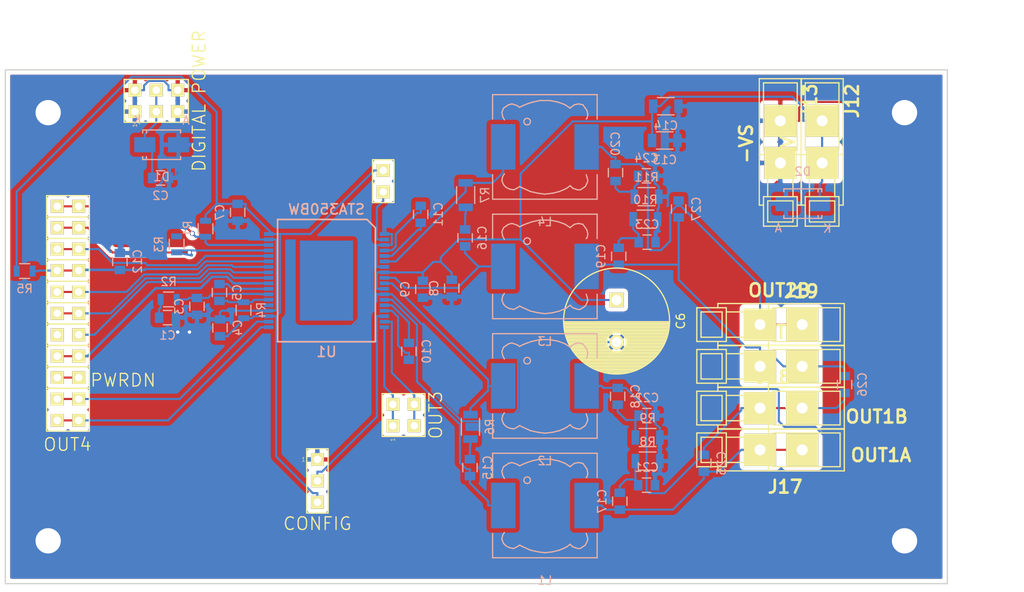
<source format=kicad_pcb>
(kicad_pcb (version 4) (host pcbnew 0.201509201831+6203~30~ubuntu15.04.1-product)
  (layers (0 F.Cu signal) (31 B.Cu signal) (34 B.Paste user) (35 F.Paste user) (36 B.SilkS user) (37 F.SilkS user) (38 B.Mask user) (39 F.Mask user) (44 Edge.Cuts user))
  (net 0 "")
  (net 1 "Net-(C1-Pad1)")
  (net 2 GND)
  (net 3 "Net-(C2-Pad1)")
  (net 4 "Net-(C3-Pad1)")
  (net 5 +3V3)
  (net 6 "Net-(C5-Pad1)")
  (net 7 VCC)
  (net 8 "Net-(C10-Pad1)")
  (net 9 "Net-(C10-Pad2)")
  (net 10 "Net-(C11-Pad1)")
  (net 11 "Net-(C11-Pad2)")
  (net 12 "Net-(C12-Pad1)")
  (net 13 "Net-(C15-Pad1)")
  (net 14 "Net-(C15-Pad2)")
  (net 15 "Net-(C16-Pad1)")
  (net 16 "Net-(C16-Pad2)")
  (net 17 "Net-(C17-Pad1)")
  (net 18 "Net-(C17-Pad2)")
  (net 19 "Net-(C18-Pad1)")
  (net 20 "Net-(C18-Pad2)")
  (net 21 "Net-(C19-Pad1)")
  (net 22 "Net-(C19-Pad2)")
  (net 23 "Net-(C20-Pad1)")
  (net 24 "Net-(C20-Pad2)")
  (net 25 "Net-(J1-Pad2)")
  (net 26 "Net-(J3-Pad1)")
  (net 27 "Net-(J4-Pad1)")
  (net 28 "Net-(J5-Pad1)")
  (net 29 "Net-(J6-Pad1)")
  (net 30 "Net-(J7-Pad1)")
  (net 31 "Net-(J8-Pad1)")
  (net 32 "Net-(J9-Pad1)")
  (net 33 "Net-(J10-Pad1)")
  (net 34 "Net-(J11-Pad2)")
  (net 35 "Net-(J15-Pad1)")
  (net 36 "Net-(J15-Pad3)")
  (net 37 "Net-(J16-Pad1)")
  (net 38 "Net-(J16-Pad3)")
  (net 39 "Net-(L2-Pad1)")
  (net 40 "Net-(L4-Pad1)")
  (module Capacitors_SMD:C_0805 (layer B.Cu) (at 19.2405 -31.5595)
    (fp_text reference C1 (at 0 2.1) (layer B.SilkS) (effects (justify mirror)))
    (fp_text value 4n7)
    (pad 1 smd rect (at -1 0) (size 1 1.25) (layers B.Cu B.Paste B.Mask) (net 1 "Net-(C1-Pad1)"))
    (pad 2 smd rect (at 1 0) (size 1 1.25) (layers B.Cu B.Paste B.Mask) (net 2 GND))
  )
  (module Capacitors_SMD:C_0805 (layer B.Cu) (at 18.415 -48.133)
    (fp_text reference C2 (at 0 2.1) (layer B.SilkS) (effects (justify mirror)))
    (fp_text value 22uF/6.3V)
    (pad 1 smd rect (at -1 0) (size 1 1.25) (layers B.Cu B.Paste B.Mask) (net 3 "Net-(C2-Pad1)"))
    (pad 2 smd rect (at 1 0) (size 1 1.25) (layers B.Cu B.Paste B.Mask) (net 2 GND))
  )
  (module Capacitors_SMD:C_0805 (layer B.Cu) (at 22.733 -32.893 270)
    (fp_text reference C3 (at 0 2.1 270) (layer B.SilkS) (effects (justify mirror)))
    (fp_text value 680p)
    (pad 1 smd rect (at -1 0 270) (size 1 1.25) (layers B.Cu B.Paste B.Mask) (net 4 "Net-(C3-Pad1)"))
    (pad 2 smd rect (at 1 0 270) (size 1 1.25) (layers B.Cu B.Paste B.Mask) (net 2 GND))
  )
  (module Capacitors_SMD:C_0805 (layer B.Cu) (at 25.4635 -30.353 90)
    (fp_text reference C4 (at 0 2.1 90) (layer B.SilkS) (effects (justify mirror)))
    (fp_text value 100nF)
    (pad 1 smd rect (at -1 0 90) (size 1 1.25) (layers B.Cu B.Paste B.Mask) (net 5 +3V3))
    (pad 2 smd rect (at 1 0 90) (size 1 1.25) (layers B.Cu B.Paste B.Mask) (net 2 GND))
  )
  (module Capacitors_SMD:C_0805 (layer B.Cu) (at 25.4 -34.544 90)
    (fp_text reference C5 (at 0 2.1 90) (layer B.SilkS) (effects (justify mirror)))
    (fp_text value 100nF)
    (pad 1 smd rect (at -1 0 90) (size 1 1.25) (layers B.Cu B.Paste B.Mask) (net 6 "Net-(C5-Pad1)"))
    (pad 2 smd rect (at 1 0 90) (size 1 1.25) (layers B.Cu B.Paste B.Mask) (net 2 GND))
  )
  (module Capacitors_ThroughHole:C_Radial_D12.5_L25_P5 (layer F.Cu) (at 72.517 -33.655 270)
    (fp_text reference C6 (at 2.5 -7.6 270) (layer F.SilkS))
    (fp_text value 1000uF/35V)
    (pad 2 thru_hole circle (at 5 0 270) (size 1.7 1.7) (drill 1.2) (layers *.Cu *.Mask F.SilkS) (net 2 GND))
    (pad 1 thru_hole rect (at 0 0 270) (size 1.7 1.7) (drill 1.2) (layers *.Cu *.Mask F.SilkS) (net 7 VCC))
  )
  (module Capacitors_SMD:C_0805 (layer B.Cu) (at 27.559 -44.053 270)
    (fp_text reference C7 (at 0 2.1 270) (layer B.SilkS) (effects (justify mirror)))
    (fp_text value 100nF)
    (pad 1 smd rect (at -1 0 270) (size 1 1.25) (layers B.Cu B.Paste B.Mask) (net 5 +3V3))
    (pad 2 smd rect (at 1 0 270) (size 1 1.25) (layers B.Cu B.Paste B.Mask) (net 2 GND))
  )
  (module Capacitors_SMD:C_0805 (layer B.Cu) (at 52.959 -35.052 270)
    (fp_text reference C8 (at 0 2.1 270) (layer B.SilkS) (effects (justify mirror)))
    (fp_text value 100nF)
    (pad 1 smd rect (at -1 0 270) (size 1 1.25) (layers B.Cu B.Paste B.Mask) (net 7 VCC))
    (pad 2 smd rect (at 1 0 270) (size 1 1.25) (layers B.Cu B.Paste B.Mask) (net 2 GND))
  )
  (module Capacitors_SMD:C_0805 (layer B.Cu) (at 49.53 -34.925 270)
    (fp_text reference C9 (at 0 2.1 270) (layer B.SilkS) (effects (justify mirror)))
    (fp_text value 100nF)
    (pad 1 smd rect (at -1 0 270) (size 1 1.25) (layers B.Cu B.Paste B.Mask) (net 7 VCC))
    (pad 2 smd rect (at 1 0 270) (size 1 1.25) (layers B.Cu B.Paste B.Mask) (net 2 GND))
  )
  (module Capacitors_SMD:C_0805 (layer B.Cu) (at 47.879 -27.559 90)
    (fp_text reference C10 (at 0 2.1 90) (layer B.SilkS) (effects (justify mirror)))
    (fp_text value 100nF)
    (pad 1 smd rect (at -1 0 90) (size 1 1.25) (layers B.Cu B.Paste B.Mask) (net 8 "Net-(C10-Pad1)"))
    (pad 2 smd rect (at 1 0 90) (size 1 1.25) (layers B.Cu B.Paste B.Mask) (net 9 "Net-(C10-Pad2)"))
  )
  (module Capacitors_SMD:C_0805 (layer B.Cu) (at 49.276 -43.815 90)
    (fp_text reference C11 (at 0 2.1 90) (layer B.SilkS) (effects (justify mirror)))
    (fp_text value 100nF)
    (pad 1 smd rect (at -1 0 90) (size 1 1.25) (layers B.Cu B.Paste B.Mask) (net 10 "Net-(C11-Pad1)"))
    (pad 2 smd rect (at 1 0 90) (size 1 1.25) (layers B.Cu B.Paste B.Mask) (net 11 "Net-(C11-Pad2)"))
  )
  (module Capacitors_SMD:C_0805 (layer B.Cu) (at 13.589 -38.227 90)
    (fp_text reference C12 (at 0 2.1 90) (layer B.SilkS) (effects (justify mirror)))
    (fp_text value 1nF)
    (pad 1 smd rect (at -1 0 90) (size 1 1.25) (layers B.Cu B.Paste B.Mask) (net 12 "Net-(C12-Pad1)"))
    (pad 2 smd rect (at 1 0 90) (size 1 1.25) (layers B.Cu B.Paste B.Mask) (net 2 GND))
  )
  (module Capacitors_SMD:C_1206 (layer B.Cu) (at 78.232 -52.578)
    (fp_text reference C13 (at 0 2.3) (layer B.SilkS) (effects (justify mirror)))
    (fp_text value 1uF/35V)
    (pad 1 smd rect (at -1.5 0) (size 1 1.6) (layers B.Cu B.Paste B.Mask) (net 7 VCC))
    (pad 2 smd rect (at 1.5 0) (size 1 1.6) (layers B.Cu B.Paste B.Mask) (net 2 GND))
  )
  (module Capacitors_SMD:C_1206 (layer B.Cu) (at 78.359 -56.642)
    (fp_text reference C14 (at 0 2.3) (layer B.SilkS) (effects (justify mirror)))
    (fp_text value 1uF/35V)
    (pad 1 smd rect (at -1.5 0) (size 1 1.6) (layers B.Cu B.Paste B.Mask) (net 7 VCC))
    (pad 2 smd rect (at 1.5 0) (size 1 1.6) (layers B.Cu B.Paste B.Mask) (net 2 GND))
  )
  (module Capacitors_SMD:C_0805 (layer B.Cu) (at 55.118 -13.7635 90)
    (fp_text reference C15 (at 0 2.1 90) (layer B.SilkS) (effects (justify mirror)))
    (fp_text value 330p)
    (pad 1 smd rect (at -1 0 90) (size 1 1.25) (layers B.Cu B.Paste B.Mask) (net 13 "Net-(C15-Pad1)"))
    (pad 2 smd rect (at 1 0 90) (size 1 1.25) (layers B.Cu B.Paste B.Mask) (net 14 "Net-(C15-Pad2)"))
  )
  (module Capacitors_SMD:C_0805 (layer B.Cu) (at 54.5465 -41.021 90)
    (fp_text reference C16 (at 0 2.032 90) (layer B.SilkS) (effects (justify mirror)))
    (fp_text value 330p)
    (pad 1 smd rect (at -1 0 90) (size 1 1.25) (layers B.Cu B.Paste B.Mask) (net 15 "Net-(C16-Pad1)"))
    (pad 2 smd rect (at 1 0 90) (size 1 1.25) (layers B.Cu B.Paste B.Mask) (net 16 "Net-(C16-Pad2)"))
  )
  (module Capacitors_SMD:C_0805 (layer B.Cu) (at 72.898 -9.779 270)
    (fp_text reference C17 (at 0 2.1 270) (layer B.SilkS) (effects (justify mirror)))
    (fp_text value 100nF)
    (pad 1 smd rect (at -1 0 270) (size 1 1.25) (layers B.Cu B.Paste B.Mask) (net 17 "Net-(C17-Pad1)"))
    (pad 2 smd rect (at 1 0 270) (size 1 1.25) (layers B.Cu B.Paste B.Mask) (net 18 "Net-(C17-Pad2)"))
  )
  (module Capacitors_SMD:C_0805 (layer B.Cu) (at 72.644 -22.225 90)
    (fp_text reference C18 (at 0 2.1 90) (layer B.SilkS) (effects (justify mirror)))
    (fp_text value 100nF)
    (pad 1 smd rect (at -1 0 90) (size 1 1.25) (layers B.Cu B.Paste B.Mask) (net 19 "Net-(C18-Pad1)"))
    (pad 2 smd rect (at 1 0 90) (size 1 1.25) (layers B.Cu B.Paste B.Mask) (net 20 "Net-(C18-Pad2)"))
  )
  (module Capacitors_SMD:C_0805 (layer B.Cu) (at 72.771 -38.846 270)
    (fp_text reference C19 (at 0 2.1 270) (layer B.SilkS) (effects (justify mirror)))
    (fp_text value 100nF)
    (pad 1 smd rect (at -1 0 270) (size 1 1.25) (layers B.Cu B.Paste B.Mask) (net 21 "Net-(C19-Pad1)"))
    (pad 2 smd rect (at 1 0 270) (size 1 1.25) (layers B.Cu B.Paste B.Mask) (net 22 "Net-(C19-Pad2)"))
  )
  (module Capacitors_SMD:C_0805 (layer B.Cu) (at 72.39 -48.768 90)
    (fp_text reference C20 (at 3.429 0 90) (layer B.SilkS) (effects (justify mirror)))
    (fp_text value 100nF)
    (pad 1 smd rect (at -1 0 90) (size 1 1.25) (layers B.Cu B.Paste B.Mask) (net 23 "Net-(C20-Pad1)"))
    (pad 2 smd rect (at 1 0 90) (size 1 1.25) (layers B.Cu B.Paste B.Mask) (net 24 "Net-(C20-Pad2)"))
  )
  (module Capacitors_SMD:C_0805 (layer B.Cu) (at 76.073 -11.684 180)
    (fp_text reference C21 (at 0 2.1 180) (layer B.SilkS) (effects (justify mirror)))
    (fp_text value 100nF)
    (pad 1 smd rect (at -1 0 180) (size 1 1.25) (layers B.Cu B.Paste B.Mask) (net 2 GND))
    (pad 2 smd rect (at 1 0 180) (size 1 1.25) (layers B.Cu B.Paste B.Mask) (net 17 "Net-(C17-Pad1)"))
  )
  (module Capacitors_SMD:C_0805 (layer B.Cu) (at 76.1205 -19.939 180)
    (fp_text reference C22 (at 0 2.1 180) (layer B.SilkS) (effects (justify mirror)))
    (fp_text value 100nF)
    (pad 1 smd rect (at -1 0 180) (size 1 1.25) (layers B.Cu B.Paste B.Mask) (net 2 GND))
    (pad 2 smd rect (at 1 0 180) (size 1 1.25) (layers B.Cu B.Paste B.Mask) (net 19 "Net-(C18-Pad1)"))
  )
  (module Capacitors_SMD:C_0805 (layer B.Cu) (at 76.1365 -40.513 180)
    (fp_text reference C23 (at 0 2.1 180) (layer B.SilkS) (effects (justify mirror)))
    (fp_text value 100nF)
    (pad 1 smd rect (at -1 0 180) (size 1 1.25) (layers B.Cu B.Paste B.Mask) (net 2 GND))
    (pad 2 smd rect (at 1 0 180) (size 1 1.25) (layers B.Cu B.Paste B.Mask) (net 21 "Net-(C19-Pad1)"))
  )
  (module Capacitors_SMD:C_0805 (layer B.Cu) (at 76.057 -48.387 180)
    (fp_text reference C24 (at 0 2.1 180) (layer B.SilkS) (effects (justify mirror)))
    (fp_text value 100nF)
    (pad 1 smd rect (at -1 0 180) (size 1 1.25) (layers B.Cu B.Paste B.Mask) (net 2 GND))
    (pad 2 smd rect (at 1 0 180) (size 1 1.25) (layers B.Cu B.Paste B.Mask) (net 23 "Net-(C20-Pad1)"))
  )
  (module Capacitors_SMD:C_0805 (layer B.Cu) (at 82.8675 -14.2875 90)
    (fp_text reference C25 (at 0 2.1 90) (layer B.SilkS) (effects (justify mirror)))
    (fp_text value 680nF)
    (pad 1 smd rect (at -1 0 90) (size 1 1.25) (layers B.Cu B.Paste B.Mask) (net 18 "Net-(C17-Pad2)"))
    (pad 2 smd rect (at 1 0 90) (size 1 1.25) (layers B.Cu B.Paste B.Mask) (net 20 "Net-(C18-Pad2)"))
  )
  (module Capacitors_SMD:C_0805 (layer B.Cu) (at 99.568 -23.622 90)
    (fp_text reference C26 (at 0 2.1 90) (layer B.SilkS) (effects (justify mirror)))
    (fp_text value 1uF)
    (pad 1 smd rect (at -1 0 90) (size 1 1.25) (layers B.Cu B.Paste B.Mask) (net 20 "Net-(C18-Pad2)"))
    (pad 2 smd rect (at 1 0 90) (size 1 1.25) (layers B.Cu B.Paste B.Mask) (net 22 "Net-(C19-Pad2)"))
  )
  (module Capacitors_SMD:C_0805 (layer B.Cu) (at 79.883 -44.45 90)
    (fp_text reference C27 (at 0 2.1 90) (layer B.SilkS) (effects (justify mirror)))
    (fp_text value 680nF)
    (pad 1 smd rect (at -1 0 90) (size 1 1.25) (layers B.Cu B.Paste B.Mask) (net 22 "Net-(C19-Pad2)"))
    (pad 2 smd rect (at 1 0 90) (size 1 1.25) (layers B.Cu B.Paste B.Mask) (net 24 "Net-(C20-Pad2)"))
  )
  (module Diodes_SMD:SMA_Standard (layer B.Cu) (at 18.542 -52.07)
    (fp_text reference D1 (at 0 3.81) (layer B.SilkS) (effects (justify mirror)))
    (fp_text value M4)
    (fp_text user K (at -2.9 -2.95) (layer B.SilkS) (effects (justify mirror)))
    (fp_text user A (at 2.9 -2.9) (layer B.SilkS) (effects (justify mirror)))
    (pad 1 smd rect (at -1.99898 0) (size 2.49936 1.80086) (layers B.Cu B.Paste B.Mask) (net 3 "Net-(C2-Pad1)"))
    (pad 2 smd rect (at 1.99898 0) (size 2.49936 1.80086) (layers B.Cu B.Paste B.Mask) (net 2 GND))
  )
  (module Diodes_SMD:SMA_Standard (layer B.Cu) (at 94.615 -45.085 180)
    (fp_text reference D2 (at 0 3.81 180) (layer B.SilkS) (effects (justify mirror)))
    (fp_text value M4)
    (fp_text user K (at -2.9 -2.95 180) (layer B.SilkS) (effects (justify mirror)))
    (fp_text user A (at 2.9 -2.9 180) (layer B.SilkS) (effects (justify mirror)))
    (pad 1 smd rect (at -1.99898 0 180) (size 2.49936 1.80086) (layers B.Cu B.Paste B.Mask) (net 7 VCC))
    (pad 2 smd rect (at 1.99898 0 180) (size 2.49936 1.80086) (layers B.Cu B.Paste B.Mask) (net 2 GND))
  )
  (module Choke_SMD:Choke_SMD_12x12mm_h6mm (layer B.Cu) (at 64.008 -9.271)
    (fp_text reference L1 (at 0 8.89) (layer B.SilkS) (effects (justify mirror)))
    (fp_text value 15uH)
    (pad 1 smd rect (at -4.95046 0) (size 2.90068 5.40004) (layers B.Cu B.Paste B.Mask) (net 13 "Net-(C15-Pad1)"))
    (pad 2 smd rect (at 4.95046 0) (size 2.90068 5.40004) (layers B.Cu B.Paste B.Mask) (net 18 "Net-(C17-Pad2)"))
  )
  (module Choke_SMD:Choke_SMD_12x12mm_h6mm (layer B.Cu) (at 64.008 -23.4527)
    (fp_text reference L2 (at 0 8.89) (layer B.SilkS) (effects (justify mirror)))
    (fp_text value 15uH)
    (pad 1 smd rect (at -4.95046 0) (size 2.90068 5.40004) (layers B.Cu B.Paste B.Mask) (net 39 "Net-(L2-Pad1)"))
    (pad 2 smd rect (at 4.95046 0) (size 2.90068 5.40004) (layers B.Cu B.Paste B.Mask) (net 20 "Net-(C18-Pad2)"))
  )
  (module Choke_SMD:Choke_SMD_12x12mm_h6mm (layer B.Cu) (at 64.008 -37.6343)
    (fp_text reference L3 (at 0 8.89) (layer B.SilkS) (effects (justify mirror)))
    (fp_text value 15uH)
    (pad 1 smd rect (at -4.95046 0) (size 2.90068 5.40004) (layers B.Cu B.Paste B.Mask) (net 15 "Net-(C16-Pad1)"))
    (pad 2 smd rect (at 4.95046 0) (size 2.90068 5.40004) (layers B.Cu B.Paste B.Mask) (net 22 "Net-(C19-Pad2)"))
  )
  (module Choke_SMD:Choke_SMD_12x12mm_h6mm (layer B.Cu) (at 64.008 -51.816)
    (fp_text reference L4 (at 0 8.89) (layer B.SilkS) (effects (justify mirror)))
    (fp_text value 15uH)
    (pad 1 smd rect (at -4.95046 0) (size 2.90068 5.40004) (layers B.Cu B.Paste B.Mask) (net 40 "Net-(L4-Pad1)"))
    (pad 2 smd rect (at 4.95046 0) (size 2.90068 5.40004) (layers B.Cu B.Paste B.Mask) (net 24 "Net-(C20-Pad2)"))
  )
  (module Mlab_Mechanical:MountingHole_3mm (layer F.Cu) (at 5.08 -55.88)
    (fp_text reference M1 hide)
    (fp_text value HOLE hide)
    (pad 1 thru_hole circle (at 0 0) (size 6 6) (drill 3) (layers *.Cu *.Adhes *.Mask) (net 2 GND) (clearance 1))
  )
  (module Mlab_Mechanical:MountingHole_3mm (layer F.Cu) (at 5.08 -5.08)
    (fp_text reference M2 hide)
    (fp_text value HOLE hide)
    (pad 1 thru_hole circle (at 0 0) (size 6 6) (drill 3) (layers *.Cu *.Adhes *.Mask) (net 2 GND) (clearance 1))
  )
  (module Mlab_Mechanical:MountingHole_3mm (layer F.Cu) (at 106.68 -5.08)
    (fp_text reference M3 hide)
    (fp_text value HOLE hide)
    (pad 1 thru_hole circle (at 0 0) (size 6 6) (drill 3) (layers *.Cu *.Adhes *.Mask) (net 2 GND) (clearance 1))
  )
  (module Mlab_Mechanical:MountingHole_3mm (layer F.Cu) (at 106.68 -55.88)
    (fp_text reference M4 hide)
    (fp_text value HOLE hide)
    (pad 1 thru_hole circle (at 0 0) (size 6 6) (drill 3) (layers *.Cu *.Adhes *.Mask) (net 2 GND) (clearance 1))
  )
  (module Resistors_SMD:R_0805 (layer B.Cu) (at 23.749 -42.103 270)
    (fp_text reference R1 (at 0 2.1 270) (layer B.SilkS) (effects (justify mirror)))
    (fp_text value 10k)
    (pad 1 smd rect (at -0.95 0 270) (size 0.7 1.3) (layers B.Cu B.Paste B.Mask) (net 5 +3V3))
    (pad 2 smd rect (at 0.95 0 270) (size 0.7 1.3) (layers B.Cu B.Paste B.Mask) (net 29 "Net-(J6-Pad1)"))
  )
  (module Resistors_SMD:R_0805 (layer B.Cu) (at 19.37 -33.7185 180)
    (fp_text reference R2 (at 0 2.1 180) (layer B.SilkS) (effects (justify mirror)))
    (fp_text value 2k2)
    (pad 1 smd rect (at -0.95 0 180) (size 0.7 1.3) (layers B.Cu B.Paste B.Mask) (net 4 "Net-(C3-Pad1)"))
    (pad 2 smd rect (at 0.95 0 180) (size 0.7 1.3) (layers B.Cu B.Paste B.Mask) (net 1 "Net-(C1-Pad1)"))
  )
  (module Resistors_SMD:R_0805 (layer B.Cu) (at 20.32 -40.259 270)
    (fp_text reference R3 (at 0 2.1 270) (layer B.SilkS) (effects (justify mirror)))
    (fp_text value 10k)
    (pad 1 smd rect (at -0.95 0 270) (size 0.7 1.3) (layers B.Cu B.Paste B.Mask) (net 5 +3V3))
    (pad 2 smd rect (at 0.95 0 270) (size 0.7 1.3) (layers B.Cu B.Paste B.Mask) (net 28 "Net-(J5-Pad1)"))
  )
  (module Resistors_SMD:R_0805 (layer B.Cu) (at 28.2575 -32.446 90)
    (fp_text reference R4 (at 0 2.1 90) (layer B.SilkS) (effects (justify mirror)))
    (fp_text value 2R2)
    (pad 1 smd rect (at -0.95 0 90) (size 0.7 1.3) (layers B.Cu B.Paste B.Mask) (net 5 +3V3))
    (pad 2 smd rect (at 0.95 0 90) (size 0.7 1.3) (layers B.Cu B.Paste B.Mask) (net 6 "Net-(C5-Pad1)"))
  )
  (module Resistors_SMD:R_0805 (layer B.Cu) (at 2.2885 -37.084)
    (fp_text reference R5 (at 0 2.1) (layer B.SilkS) (effects (justify mirror)))
    (fp_text value 10k)
    (pad 1 smd rect (at -0.95 0) (size 0.7 1.3) (layers B.Cu B.Paste B.Mask) (net 5 +3V3))
    (pad 2 smd rect (at 0.95 0) (size 0.7 1.3) (layers B.Cu B.Paste B.Mask) (net 12 "Net-(C12-Pad1)"))
  )
  (module Resistors_SMD:R_1206 (layer B.Cu) (at 55.1815 -18.6055 90)
    (fp_text reference R6 (at 0 2.3 90) (layer B.SilkS) (effects (justify mirror)))
    (fp_text value 20)
    (pad 1 smd rect (at -1.45 0 90) (size 0.9 1.7) (layers B.Cu B.Paste B.Mask) (net 14 "Net-(C15-Pad2)"))
    (pad 2 smd rect (at 1.45 0 90) (size 0.9 1.7) (layers B.Cu B.Paste B.Mask) (net 39 "Net-(L2-Pad1)"))
  )
  (module Resistors_SMD:R_1206 (layer B.Cu) (at 54.61 -46.101 90)
    (fp_text reference R7 (at 0 2.3 90) (layer B.SilkS) (effects (justify mirror)))
    (fp_text value 20)
    (pad 1 smd rect (at -1.45 0 90) (size 0.9 1.7) (layers B.Cu B.Paste B.Mask) (net 16 "Net-(C16-Pad2)"))
    (pad 2 smd rect (at 1.45 0 90) (size 0.9 1.7) (layers B.Cu B.Paste B.Mask) (net 40 "Net-(L4-Pad1)"))
  )
  (module Resistors_SMD:R_1206 (layer B.Cu) (at 76.2 -14.5415 180)
    (fp_text reference R8 (at 0 2.3 180) (layer B.SilkS) (effects (justify mirror)))
    (fp_text value 4R7)
    (pad 1 smd rect (at -1.45 0 180) (size 0.9 1.7) (layers B.Cu B.Paste B.Mask) (net 2 GND))
    (pad 2 smd rect (at 1.45 0 180) (size 0.9 1.7) (layers B.Cu B.Paste B.Mask) (net 17 "Net-(C17-Pad1)"))
  )
  (module Resistors_SMD:R_1206 (layer B.Cu) (at 76.2 -17.3355 180)
    (fp_text reference R9 (at 0 2.3 180) (layer B.SilkS) (effects (justify mirror)))
    (fp_text value 4R7)
    (pad 1 smd rect (at -1.45 0 180) (size 0.9 1.7) (layers B.Cu B.Paste B.Mask) (net 2 GND))
    (pad 2 smd rect (at 1.45 0 180) (size 0.9 1.7) (layers B.Cu B.Paste B.Mask) (net 19 "Net-(C18-Pad1)"))
  )
  (module Resistors_SMD:R_1206 (layer B.Cu) (at 75.9355 -43.2435 180)
    (fp_text reference R10 (at 0 2.3 180) (layer B.SilkS) (effects (justify mirror)))
    (fp_text value 4R7)
    (pad 1 smd rect (at -1.45 0 180) (size 0.9 1.7) (layers B.Cu B.Paste B.Mask) (net 2 GND))
    (pad 2 smd rect (at 1.45 0 180) (size 0.9 1.7) (layers B.Cu B.Paste B.Mask) (net 21 "Net-(C19-Pad1)"))
  )
  (module Resistors_SMD:R_1206 (layer B.Cu) (at 76.073 -45.9105 180)
    (fp_text reference R11 (at 0 2.3 180) (layer B.SilkS) (effects (justify mirror)))
    (fp_text value 4R7)
    (pad 1 smd rect (at -1.45 0 180) (size 0.9 1.7) (layers B.Cu B.Paste B.Mask) (net 2 GND))
    (pad 2 smd rect (at 1.45 0 180) (size 0.9 1.7) (layers B.Cu B.Paste B.Mask) (net 23 "Net-(C20-Pad1)"))
  )
  (module Power_Packages_SMD:PowerSSO-36 (layer B.Cu) (at 38.1 -35.9538 180)
    (fp_text reference U1 (at 0 -8.455 180) (layer B.SilkS) (effects (font (size 1.2 1.2) (thickness 0.2)) (justify mirror)))
    (fp_text value STA350BW (at 0 8.455 180) (layer B.SilkS) (effects (font (size 1.2 1.2) (thickness 0.2)) (justify mirror)))
    (pad 1 smd rect (at -6.8625 5.525 180) (size 1.125 0.46) (layers B.Cu B.Paste B.Mask) (net 2 GND))
    (pad 2 smd rect (at -6.8625 4.875 180) (size 1.125 0.46) (layers B.Cu B.Paste B.Mask) (net 34 "Net-(J11-Pad2)"))
    (pad 3 smd rect (at -6.8625 4.225 180) (size 1.125 0.46) (layers B.Cu B.Paste B.Mask) (net 2 GND))
    (pad 4 smd rect (at -6.8625 3.575 180) (size 1.125 0.46) (layers B.Cu B.Paste B.Mask) (net 11 "Net-(C11-Pad2)"))
    (pad 5 smd rect (at -6.8625 2.925 180) (size 1.125 0.46) (layers B.Cu B.Paste B.Mask) (net 10 "Net-(C11-Pad1)"))
    (pad 6 smd rect (at -6.8625 2.275 180) (size 1.125 0.46) (layers B.Cu B.Paste B.Mask) (net 40 "Net-(L4-Pad1)"))
    (pad 7 smd rect (at -6.8625 1.625 180) (size 1.125 0.46) (layers B.Cu B.Paste B.Mask) (net 2 GND))
    (pad 8 smd rect (at -6.8625 0.975 180) (size 1.125 0.46) (layers B.Cu B.Paste B.Mask) (net 7 VCC))
    (pad 9 smd rect (at -6.8625 0.325 180) (size 1.125 0.46) (layers B.Cu B.Paste B.Mask) (net 15 "Net-(C16-Pad1)"))
    (pad 10 smd rect (at -6.8625 -0.325 180) (size 1.125 0.46) (layers B.Cu B.Paste B.Mask) (net 39 "Net-(L2-Pad1)"))
    (pad 11 smd rect (at -6.8625 -0.975 180) (size 1.125 0.46) (layers B.Cu B.Paste B.Mask) (net 7 VCC))
    (pad 12 smd rect (at -6.8625 -1.625 180) (size 1.125 0.46) (layers B.Cu B.Paste B.Mask) (net 2 GND))
    (pad 13 smd rect (at -6.8625 -2.275 180) (size 1.125 0.46) (layers B.Cu B.Paste B.Mask) (net 13 "Net-(C15-Pad1)"))
    (pad 14 smd rect (at -6.8625 -2.925 180) (size 1.125 0.46) (layers B.Cu B.Paste B.Mask) (net 9 "Net-(C10-Pad2)"))
    (pad 15 smd rect (at -6.8625 -3.575 180) (size 1.125 0.46) (layers B.Cu B.Paste B.Mask) (net 8 "Net-(C10-Pad1)"))
    (pad 16 smd rect (at -6.8625 -4.225 180) (size 1.125 0.46) (layers B.Cu B.Paste B.Mask) (net 25 "Net-(J1-Pad2)"))
    (pad 17 smd rect (at -6.8625 -4.875 180) (size 1.125 0.46) (layers B.Cu B.Paste B.Mask) (net 36 "Net-(J15-Pad3)"))
    (pad 18 smd rect (at -6.8625 -5.525 180) (size 1.125 0.46) (layers B.Cu B.Paste B.Mask) (net 35 "Net-(J15-Pad1)"))
    (pad 36 smd rect (at 6.8625 5.525 180) (size 1.125 0.46) (layers B.Cu B.Paste B.Mask) (net 5 +3V3))
    (pad 35 smd rect (at 6.8625 4.875 180) (size 1.125 0.46) (layers B.Cu B.Paste B.Mask) (net 2 GND))
    (pad 34 smd rect (at 6.8625 4.225 180) (size 1.125 0.46) (layers B.Cu B.Paste B.Mask) (net 29 "Net-(J6-Pad1)"))
    (pad 33 smd rect (at 6.8625 3.575 180) (size 1.125 0.46) (layers B.Cu B.Paste B.Mask) (net 28 "Net-(J5-Pad1)"))
    (pad 32 smd rect (at 6.8625 2.925 180) (size 1.125 0.46) (layers B.Cu B.Paste B.Mask) (net 27 "Net-(J4-Pad1)"))
    (pad 31 smd rect (at 6.8625 2.275 180) (size 1.125 0.46) (layers B.Cu B.Paste B.Mask) (net 12 "Net-(C12-Pad1)"))
    (pad 30 smd rect (at 6.8625 1.625 180) (size 1.125 0.46) (layers B.Cu B.Paste B.Mask) (net 30 "Net-(J7-Pad1)"))
    (pad 29 smd rect (at 6.8625 0.975 180) (size 1.125 0.46) (layers B.Cu B.Paste B.Mask) (net 31 "Net-(J8-Pad1)"))
    (pad 28 smd rect (at 6.8625 0.325 180) (size 1.125 0.46) (layers B.Cu B.Paste B.Mask) (net 33 "Net-(J10-Pad1)"))
    (pad 27 smd rect (at 6.8625 -0.325 180) (size 1.125 0.46) (layers B.Cu B.Paste B.Mask) (net 32 "Net-(J9-Pad1)"))
    (pad 26 smd rect (at 6.8625 -0.975 180) (size 1.125 0.46) (layers B.Cu B.Paste B.Mask) (net 2 GND))
    (pad 25 smd rect (at 6.8625 -1.625 180) (size 1.125 0.46) (layers B.Cu B.Paste B.Mask) (net 4 "Net-(C3-Pad1)"))
    (pad 24 smd rect (at 6.8625 -2.275 180) (size 1.125 0.46) (layers B.Cu B.Paste B.Mask) (net 6 "Net-(C5-Pad1)"))
    (pad 23 smd rect (at 6.8625 -2.925 180) (size 1.125 0.46) (layers B.Cu B.Paste B.Mask) (net 26 "Net-(J3-Pad1)"))
    (pad 22 smd rect (at 6.8625 -3.575 180) (size 1.125 0.46) (layers B.Cu B.Paste B.Mask) (net 2 GND))
    (pad 21 smd rect (at 6.8625 -4.225 180) (size 1.125 0.46) (layers B.Cu B.Paste B.Mask) (net 5 +3V3))
    (pad 20 smd rect (at 6.8625 -4.875 180) (size 1.125 0.46) (layers B.Cu B.Paste B.Mask) (net 37 "Net-(J16-Pad1)"))
    (pad 19 smd rect (at 6.8625 -5.525 180) (size 1.125 0.46) (layers B.Cu B.Paste B.Mask) (net 38 "Net-(J16-Pad3)"))
    (pad 37 smd rect (at 0 0 180) (size 6.3 9.5) (layers B.Cu B.Paste B.Mask))
  )
  (module Terminal_Blocks:TerminalBlock_WAGO_256_RM5mm_1pol (layer F.Cu) (at 96.901 -52.451 270)
    (fp_text reference J12 (at -4.826 -3.556 270) (layer F.SilkS) (effects (font (thickness 0.3048))))
    (fp_text value +VS (at 0.254 4.064 270) (layer F.SilkS) (effects (font (thickness 0.3048))))
    (pad 1 thru_hole rect (at -2.46 0) (size 3.81 3.81) (drill 1.3) (layers *.Cu *.Mask F.SilkS) (net 7 VCC))
    (pad 1 thru_hole rect (at 2.54 0) (size 3.81 3.81) (drill 1.3) (layers *.Cu *.Mask F.SilkS) (net 7 VCC))
  )
  (module Terminal_Blocks:TerminalBlock_WAGO_256_RM5mm_1pol (layer F.Cu) (at 91.948 -52.451 270)
    (fp_text reference J13 (at -4.826 -3.556 270) (layer F.SilkS) (effects (font (thickness 0.3048))))
    (fp_text value -VS (at 0.254 4.064 270) (layer F.SilkS) (effects (font (thickness 0.3048))))
    (pad 1 thru_hole rect (at -2.46 0) (size 3.81 3.81) (drill 1.3) (layers *.Cu *.Mask F.SilkS) (net 2 GND))
    (pad 1 thru_hole rect (at 2.54 0) (size 3.81 3.81) (drill 1.3) (layers *.Cu *.Mask F.SilkS) (net 2 GND))
  )
  (module Terminal_Blocks:TerminalBlock_WAGO_256_RM5mm_1pol (layer F.Cu) (at 92.075 -15.875 180)
    (fp_text reference J17 (at -0.4445 -4.3815 180) (layer F.SilkS) (effects (font (thickness 0.3048))))
    (fp_text value OUT1A (at -11.811 -0.635 180) (layer F.SilkS) (effects (font (thickness 0.3048))))
    (pad 1 thru_hole rect (at -2.46 0 270) (size 3.81 3.81) (drill 1.3) (layers *.Cu *.Mask F.SilkS) (net 18 "Net-(C17-Pad2)"))
    (pad 1 thru_hole rect (at 2.54 0 270) (size 3.81 3.81) (drill 1.3) (layers *.Cu *.Mask F.SilkS) (net 18 "Net-(C17-Pad2)"))
  )
  (module Terminal_Blocks:TerminalBlock_WAGO_256_RM5mm_1pol (layer F.Cu) (at 92.075 -20.828 180)
    (fp_text reference J18 (at 0.889 3.683 180) (layer F.SilkS) (effects (font (thickness 0.3048))))
    (fp_text value OUT1B (at -11.303 -1.016 180) (layer F.SilkS) (effects (font (thickness 0.3048))))
    (pad 1 thru_hole rect (at -2.46 0 270) (size 3.81 3.81) (drill 1.3) (layers *.Cu *.Mask F.SilkS) (net 20 "Net-(C18-Pad2)"))
    (pad 1 thru_hole rect (at 2.54 0 270) (size 3.81 3.81) (drill 1.3) (layers *.Cu *.Mask F.SilkS) (net 20 "Net-(C18-Pad2)"))
  )
  (module Terminal_Blocks:TerminalBlock_WAGO_256_RM5mm_1pol (layer F.Cu) (at 92.075 -30.734 180)
    (fp_text reference J19 (at -2.3495 3.937 180) (layer F.SilkS) (effects (font (thickness 0.3048))))
    (fp_text value OUT2B (at 0.254 4.064 180) (layer F.SilkS) (effects (font (thickness 0.3048))))
    (pad 1 thru_hole rect (at -2.46 0 270) (size 3.81 3.81) (drill 1.3) (layers *.Cu *.Mask F.SilkS) (net 24 "Net-(C20-Pad2)"))
    (pad 1 thru_hole rect (at 2.54 0 270) (size 3.81 3.81) (drill 1.3) (layers *.Cu *.Mask F.SilkS) (net 24 "Net-(C20-Pad2)"))
  )
  (module Terminal_Blocks:TerminalBlock_WAGO_256_RM5mm_1pol (layer F.Cu) (at 92.075 -25.781 180)
    (fp_text reference J20 (at -2.413 -4.191 180) (layer F.SilkS) (effects (font (thickness 0.3048))))
    (fp_text value OUT2A (at 0.254 4.064 180) (layer F.SilkS) (effects (font (thickness 0.3048))))
    (pad 1 thru_hole rect (at -2.46 0 270) (size 3.81 3.81) (drill 1.3) (layers *.Cu *.Mask F.SilkS) (net 22 "Net-(C19-Pad2)"))
    (pad 1 thru_hole rect (at 2.54 0 270) (size 3.81 3.81) (drill 1.3) (layers *.Cu *.Mask F.SilkS) (net 22 "Net-(C19-Pad2)"))
  )
  (module Mlab_Pin_Headers:Straight_1x03 (layer F.Cu) (at 37.0205 -12.192)
    (fp_text reference J1 hide)
    (fp_text value CONFIG (at 0 5.08) (layer F.SilkS) (effects (font (size 1.5 1.5))))
    (fp_text user 1 (at -1.651 -2.54) (layer F.SilkS) (effects (font (size 0.5 0.5) (thickness 0.05))))
    (pad 3 thru_hole rect (at 0 2.54) (size 1.524 1.524) (drill 0.889) (layers *.Cu *.Mask F.SilkS) (net 5 +3V3))
    (pad 2 thru_hole rect (at 0 0) (size 1.524 1.524) (drill 0.889) (layers *.Cu *.Mask F.SilkS) (net 25 "Net-(J1-Pad2)"))
    (pad 1 thru_hole rect (at 0 -2.54) (size 1.524 1.524) (drill 0.889) (layers *.Cu *.Mask F.SilkS) (net 2 GND))
  )
  (module Mlab_Pin_Headers:Straight_2x03 (layer F.Cu) (at 17.907 -57.277 90)
    (fp_text reference J2 hide)
    (fp_text value "DIGITAL POWER" (at 0 5.08 90) (layer F.SilkS) (effects (font (size 1.5 1.5))))
    (fp_text user 1 (at -2.921 -2.54 90) (layer F.SilkS) (effects (font (size 0.5 0.5) (thickness 0.05))))
    (pad 1 thru_hole rect (at -1.27 -2.54 90) (size 1.524 1.524) (drill 0.889) (layers *.Cu *.Mask F.SilkS) (net 2 GND))
    (pad 2 thru_hole rect (at 1.27 -2.54 90) (size 1.524 1.524) (drill 0.889) (layers *.Cu *.Mask F.SilkS) (net 2 GND))
    (pad 3 thru_hole rect (at -1.27 0 90) (size 1.524 1.524) (drill 0.889) (layers *.Cu *.Mask F.SilkS) (net 3 "Net-(C2-Pad1)"))
    (pad 4 thru_hole rect (at 1.27 0 90) (size 1.524 1.524) (drill 0.889) (layers *.Cu *.Mask F.SilkS) (net 3 "Net-(C2-Pad1)"))
    (pad 5 thru_hole rect (at -1.27 2.54 90) (size 1.524 1.524) (drill 0.889) (layers *.Cu *.Mask F.SilkS) (net 2 GND))
    (pad 6 thru_hole rect (at 1.27 2.54 90) (size 1.524 1.524) (drill 0.889) (layers *.Cu *.Mask F.SilkS) (net 2 GND))
  )
  (module Mlab_Pin_Headers:Straight_1x02 (layer F.Cu) (at 7.4295 -24.4475 90)
    (fp_text reference J3 hide)
    (fp_text value PWRDN (at -0.3175 6.5405 180) (layer F.SilkS) (effects (font (size 1.5 1.5))))
    (pad 2 thru_hole rect (at 0 1.27 90) (size 1.524 1.524) (drill 0.889) (layers *.Cu *.Mask F.SilkS) (net 26 "Net-(J3-Pad1)"))
    (pad 1 thru_hole rect (at 0 -1.27 90) (size 1.524 1.524) (drill 0.889) (layers *.Cu *.Mask F.SilkS) (net 26 "Net-(J3-Pad1)"))
  )
  (module Mlab_Pin_Headers:Straight_1x02 (layer F.Cu) (at 7.4295 -39.6875 90)
    (fp_text reference J4 hide)
    (fp_text value INT_LINE hide)
    (pad 2 thru_hole rect (at 0 1.27 90) (size 1.524 1.524) (drill 0.889) (layers *.Cu *.Mask F.SilkS) (net 27 "Net-(J4-Pad1)"))
    (pad 1 thru_hole rect (at 0 -1.27 90) (size 1.524 1.524) (drill 0.889) (layers *.Cu *.Mask F.SilkS) (net 27 "Net-(J4-Pad1)"))
  )
  (module Mlab_Pin_Headers:Straight_1x02 (layer F.Cu) (at 7.4295 -42.2275 90)
    (fp_text reference J5 hide)
    (fp_text value SDA hide)
    (pad 2 thru_hole rect (at 0 1.27 90) (size 1.524 1.524) (drill 0.889) (layers *.Cu *.Mask F.SilkS) (net 28 "Net-(J5-Pad1)"))
    (pad 1 thru_hole rect (at 0 -1.27 90) (size 1.524 1.524) (drill 0.889) (layers *.Cu *.Mask F.SilkS) (net 28 "Net-(J5-Pad1)"))
  )
  (module Mlab_Pin_Headers:Straight_1x02 (layer F.Cu) (at 7.4295 -44.7675 90)
    (fp_text reference J6 hide)
    (fp_text value SCL hide)
    (pad 2 thru_hole rect (at 0 1.27 90) (size 1.524 1.524) (drill 0.889) (layers *.Cu *.Mask F.SilkS) (net 29 "Net-(J6-Pad1)"))
    (pad 1 thru_hole rect (at 0 -1.27 90) (size 1.524 1.524) (drill 0.889) (layers *.Cu *.Mask F.SilkS) (net 29 "Net-(J6-Pad1)"))
  )
  (module Mlab_Pin_Headers:Straight_1x02 (layer F.Cu) (at 7.4295 -34.6075 90)
    (fp_text reference J7 hide)
    (fp_text value SDI hide)
    (pad 2 thru_hole rect (at 0 1.27 90) (size 1.524 1.524) (drill 0.889) (layers *.Cu *.Mask F.SilkS) (net 30 "Net-(J7-Pad1)"))
    (pad 1 thru_hole rect (at 0 -1.27 90) (size 1.524 1.524) (drill 0.889) (layers *.Cu *.Mask F.SilkS) (net 30 "Net-(J7-Pad1)"))
  )
  (module Mlab_Pin_Headers:Straight_1x02 (layer F.Cu) (at 7.4295 -32.0675 90)
    (fp_text reference J8 hide)
    (fp_text value LRCKI hide)
    (pad 2 thru_hole rect (at 0 1.27 90) (size 1.524 1.524) (drill 0.889) (layers *.Cu *.Mask F.SilkS) (net 31 "Net-(J8-Pad1)"))
    (pad 1 thru_hole rect (at 0 -1.27 90) (size 1.524 1.524) (drill 0.889) (layers *.Cu *.Mask F.SilkS) (net 31 "Net-(J8-Pad1)"))
  )
  (module Mlab_Pin_Headers:Straight_1x02 (layer F.Cu) (at 7.4295 -26.9875 90)
    (fp_text reference J9 hide)
    (fp_text value XTI hide)
    (pad 2 thru_hole rect (at 0 1.27 90) (size 1.524 1.524) (drill 0.889) (layers *.Cu *.Mask F.SilkS) (net 32 "Net-(J9-Pad1)"))
    (pad 1 thru_hole rect (at 0 -1.27 90) (size 1.524 1.524) (drill 0.889) (layers *.Cu *.Mask F.SilkS) (net 32 "Net-(J9-Pad1)"))
  )
  (module Mlab_Pin_Headers:Straight_1x02 (layer F.Cu) (at 7.4295 -29.5275 90)
    (fp_text reference J10 hide)
    (fp_text value BICKI hide)
    (pad 2 thru_hole rect (at 0 1.27 90) (size 1.524 1.524) (drill 0.889) (layers *.Cu *.Mask F.SilkS) (net 33 "Net-(J10-Pad1)"))
    (pad 1 thru_hole rect (at 0 -1.27 90) (size 1.524 1.524) (drill 0.889) (layers *.Cu *.Mask F.SilkS) (net 33 "Net-(J10-Pad1)"))
  )
  (module Mlab_Pin_Headers:Straight_1x02 (layer F.Cu) (at 44.831 -47.752)
    (fp_text reference J11 hide)
    (fp_text value SA hide)
    (pad 2 thru_hole rect (at 0 1.27) (size 1.524 1.524) (drill 0.889) (layers *.Cu *.Mask F.SilkS) (net 34 "Net-(J11-Pad2)"))
    (pad 1 thru_hole rect (at 0 -1.27) (size 1.524 1.524) (drill 0.889) (layers *.Cu *.Mask F.SilkS) (net 5 +3V3))
  )
  (module Mlab_Pin_Headers:Straight_1x02 (layer F.Cu) (at 7.4295 -37.1475 90)
    (fp_text reference J14 hide)
    (fp_text value RESET hide)
    (pad 2 thru_hole rect (at 0 1.27 90) (size 1.524 1.524) (drill 0.889) (layers *.Cu *.Mask F.SilkS) (net 12 "Net-(C12-Pad1)"))
    (pad 1 thru_hole rect (at 0 -1.27 90) (size 1.524 1.524) (drill 0.889) (layers *.Cu *.Mask F.SilkS) (net 12 "Net-(C12-Pad1)"))
  )
  (module Mlab_Pin_Headers:Straight_2x02 (layer F.Cu) (at 47.244 -20.0025 90)
    (fp_text reference J15 hide)
    (fp_text value OUT3 (at 0 3.81 90) (layer F.SilkS) (effects (font (size 1.5 1.5))))
    (fp_text user 1 (at -2.921 -1.27 90) (layer F.SilkS) (effects (font (size 0.5 0.5) (thickness 0.05))))
    (pad 1 thru_hole rect (at -1.27 -1.27 90) (size 1.524 1.524) (drill 0.889) (layers *.Cu *.Mask F.SilkS) (net 35 "Net-(J15-Pad1)"))
    (pad 2 thru_hole rect (at 1.27 -1.27 90) (size 1.524 1.524) (drill 0.889) (layers *.Cu *.Mask F.SilkS) (net 35 "Net-(J15-Pad1)"))
    (pad 3 thru_hole rect (at -1.27 1.27 90) (size 1.524 1.524) (drill 0.889) (layers *.Cu *.Mask F.SilkS) (net 36 "Net-(J15-Pad3)"))
    (pad 4 thru_hole rect (at 1.27 1.27 90) (size 1.524 1.524) (drill 0.889) (layers *.Cu *.Mask F.SilkS) (net 36 "Net-(J15-Pad3)"))
  )
  (module Mlab_Pin_Headers:Straight_2x02 (layer F.Cu) (at 7.4295 -20.6375)
    (fp_text reference J16 hide)
    (fp_text value OUT4 (at -0.0635 4.1275) (layer F.SilkS) (effects (font (size 1.5 1.5))))
    (pad 1 thru_hole rect (at -1.27 -1.27) (size 1.524 1.524) (drill 0.889) (layers *.Cu *.Mask F.SilkS) (net 37 "Net-(J16-Pad1)"))
    (pad 2 thru_hole rect (at 1.27 -1.27) (size 1.524 1.524) (drill 0.889) (layers *.Cu *.Mask F.SilkS) (net 37 "Net-(J16-Pad1)"))
    (pad 3 thru_hole rect (at -1.27 1.27) (size 1.524 1.524) (drill 0.889) (layers *.Cu *.Mask F.SilkS) (net 38 "Net-(J16-Pad3)"))
    (pad 4 thru_hole rect (at 1.27 1.27) (size 1.524 1.524) (drill 0.889) (layers *.Cu *.Mask F.SilkS) (net 38 "Net-(J16-Pad3)"))
  )
  (gr_line (start 111.76 -60.96) (end 111.76 0) (angle 90) (layer Edge.Cuts) (width 0.15))
  (gr_line (start 0 -60.96) (end 111.76 -60.96) (angle 90) (layer Edge.Cuts) (width 0.15))
  (gr_line (start 0 0) (end 0 -60.96) (angle 90) (layer Edge.Cuts) (width 0.15))
  (gr_line (start 0 0) (end 111.76 0) (angle 90) (layer Edge.Cuts) (width 0.15))
  (segment (start 18.2405 -32.5637) (end 18.2405 -31.5595) (width 0.25) (layer B.Cu) (net 1))
  (segment (start 18.42 -32.7432) (end 18.2405 -32.5637) (width 0.25) (layer B.Cu) (net 1))
  (segment (start 18.42 -33.7185) (end 18.42 -32.7432) (width 0.25) (layer B.Cu) (net 1))
  (segment (start 20.447 -29.845) (end 21.844 -29.845) (width 1) (layer F.Cu) (net 2))
  (via (at 21.844 -29.845) (size 0.6) (drill 0.4) (layers F.Cu B.Cu) (net 2))
  (segment (start 20.2405 -31.5595) (end 20.2405 -30.0515) (width 1) (layer B.Cu) (net 2))
  (segment (start 20.2405 -30.0515) (end 20.447 -29.845) (width 1) (layer B.Cu) (net 2))
  (via (at 20.447 -29.845) (size 0.6) (drill 0.4) (layers F.Cu B.Cu) (net 2))
  (segment (start 27.559 -43.053) (end 27.559 -42.2277) (width 0.25) (layer B.Cu) (net 2))
  (segment (start 20.447 -58.547) (end 19.3597 -58.547) (width 0.25) (layer B.Cu) (net 2))
  (segment (start 15.367 -58.547) (end 15.367 -56.007) (width 0.25) (layer B.Cu) (net 2))
  (segment (start 19.3597 -59.0907) (end 19.3597 -58.547) (width 0.25) (layer B.Cu) (net 2))
  (segment (start 18.8161 -59.6343) (end 19.3597 -59.0907) (width 0.25) (layer B.Cu) (net 2))
  (segment (start 16.9979 -59.6343) (end 18.8161 -59.6343) (width 0.25) (layer B.Cu) (net 2))
  (segment (start 16.4543 -59.0907) (end 16.9979 -59.6343) (width 0.25) (layer B.Cu) (net 2))
  (segment (start 16.4543 -58.547) (end 16.4543 -59.0907) (width 0.25) (layer B.Cu) (net 2))
  (segment (start 15.367 -58.547) (end 16.4543 -58.547) (width 0.25) (layer B.Cu) (net 2))
  (segment (start 92.616 -47.0127) (end 92.616 -45.085) (width 0.25) (layer B.Cu) (net 2))
  (segment (start 91.948 -47.6807) (end 92.616 -47.0127) (width 0.25) (layer B.Cu) (net 2))
  (segment (start 91.948 -49.911) (end 91.948 -47.6807) (width 0.25) (layer B.Cu) (net 2))
  (segment (start 28.9579 -40.8288) (end 30.3497 -40.8288) (width 0.25) (layer B.Cu) (net 2))
  (segment (start 27.559 -42.2277) (end 28.9579 -40.8288) (width 0.25) (layer B.Cu) (net 2))
  (segment (start 31.2375 -40.8288) (end 30.3497 -40.8288) (width 0.25) (layer B.Cu) (net 2))
  (segment (start 44.9625 -34.3288) (end 44.0747 -34.3288) (width 0.25) (layer B.Cu) (net 2))
  (segment (start 44.9625 -37.5788) (end 44.0747 -37.5788) (width 0.25) (layer B.Cu) (net 2))
  (segment (start 45.8503 -40.1788) (end 45.8503 -41.4788) (width 0.25) (layer B.Cu) (net 2))
  (segment (start 44.9625 -40.1788) (end 45.8503 -40.1788) (width 0.25) (layer B.Cu) (net 2))
  (segment (start 44.9625 -41.4788) (end 45.8503 -41.4788) (width 0.25) (layer B.Cu) (net 2))
  (segment (start 94.1783 -56.4793) (end 94.1783 -54.911) (width 0.25) (layer F.Cu) (net 2))
  (segment (start 94.8403 -57.1413) (end 94.1783 -56.4793) (width 0.25) (layer F.Cu) (net 2))
  (segment (start 105.4187 -57.1413) (end 94.8403 -57.1413) (width 0.25) (layer F.Cu) (net 2))
  (segment (start 106.68 -55.88) (end 105.4187 -57.1413) (width 0.25) (layer F.Cu) (net 2))
  (segment (start 91.948 -54.911) (end 94.1783 -54.911) (width 0.25) (layer F.Cu) (net 2))
  (segment (start 14.1527 -55.88) (end 14.2797 -56.007) (width 0.25) (layer F.Cu) (net 2))
  (segment (start 5.08 -55.88) (end 14.1527 -55.88) (width 0.25) (layer F.Cu) (net 2))
  (segment (start 15.367 -56.007) (end 14.2797 -56.007) (width 0.25) (layer F.Cu) (net 2))
  (segment (start 23.2082 -31.893) (end 23.6833 -31.893) (width 0.25) (layer B.Cu) (net 2))
  (segment (start 23.2082 -31.893) (end 22.733 -31.893) (width 0.25) (layer B.Cu) (net 2))
  (segment (start 21.3993 -31.893) (end 21.0658 -31.5595) (width 0.25) (layer B.Cu) (net 2))
  (segment (start 22.733 -31.893) (end 21.3993 -31.893) (width 0.25) (layer B.Cu) (net 2))
  (segment (start 20.2405 -31.5595) (end 21.0658 -31.5595) (width 0.25) (layer B.Cu) (net 2))
  (segment (start 13.589 -39.227) (end 13.9065 -39.4333) (width 0.25) (layer B.Cu) (net 2))
  (segment (start 20.447 -58.547) (end 20.447 -56.007) (width 0.25) (layer B.Cu) (net 2))
  (segment (start 20.447 -53.3897) (end 20.541 -53.2957) (width 0.25) (layer B.Cu) (net 2))
  (segment (start 20.447 -56.007) (end 20.447 -53.3897) (width 0.25) (layer B.Cu) (net 2))
  (segment (start 20.541 -52.07) (end 20.541 -53.2957) (width 0.25) (layer B.Cu) (net 2))
  (segment (start 20.2403 -50.5436) (end 20.541 -50.8443) (width 0.25) (layer B.Cu) (net 2))
  (segment (start 20.2403 -48.133) (end 20.2403 -50.5436) (width 0.25) (layer B.Cu) (net 2))
  (segment (start 19.415 -48.133) (end 20.2403 -48.133) (width 0.25) (layer B.Cu) (net 2))
  (segment (start 20.541 -52.07) (end 20.541 -50.8443) (width 0.25) (layer B.Cu) (net 2))
  (segment (start 31.2375 -40.8288) (end 32.1253 -40.8288) (width 0.25) (layer B.Cu) (net 2))
  (segment (start 37.0205 -14.732) (end 37.0205 -15.8193) (width 0.25) (layer B.Cu) (net 2))
  (segment (start 44.9625 -34.3288) (end 45.8503 -34.3288) (width 0.25) (layer B.Cu) (net 2))
  (segment (start 60.8385 -28.655) (end 72.517 -28.655) (width 0.25) (layer B.Cu) (net 2))
  (segment (start 44.9625 -40.1788) (end 44.0747 -40.1788) (width 0.25) (layer B.Cu) (net 2))
  (segment (start 44.0747 -37.5788) (end 44.0747 -40.1788) (width 0.25) (layer B.Cu) (net 2))
  (segment (start 50.6177 -29.5614) (end 45.8503 -34.3288) (width 0.25) (layer B.Cu) (net 2))
  (segment (start 50.6177 -22.8225) (end 50.6177 -29.5614) (width 0.25) (layer B.Cu) (net 2))
  (segment (start 54.1601 -19.2801) (end 50.6177 -22.8225) (width 0.25) (layer B.Cu) (net 2))
  (segment (start 59.5002 -19.2801) (end 54.1601 -19.2801) (width 0.25) (layer B.Cu) (net 2))
  (segment (start 60.8385 -20.6184) (end 59.5002 -19.2801) (width 0.25) (layer B.Cu) (net 2))
  (segment (start 60.8385 -28.655) (end 60.8385 -20.6184) (width 0.25) (layer B.Cu) (net 2))
  (segment (start 77.1365 -40.513) (end 77.1365 -41.4633) (width 0.25) (layer B.Cu) (net 2))
  (segment (start 77.5984 -18.5108) (end 77.65 -18.5108) (width 0.25) (layer B.Cu) (net 2))
  (segment (start 77.1205 -18.9887) (end 77.5984 -18.5108) (width 0.25) (layer B.Cu) (net 2))
  (segment (start 77.1205 -19.939) (end 77.1205 -18.9887) (width 0.25) (layer B.Cu) (net 2))
  (segment (start 77.65 -17.3355) (end 77.65 -18.5108) (width 0.25) (layer B.Cu) (net 2))
  (segment (start 91.5427 -47.6807) (end 72.517 -28.655) (width 0.25) (layer F.Cu) (net 2))
  (segment (start 91.948 -47.6807) (end 91.5427 -47.6807) (width 0.25) (layer F.Cu) (net 2))
  (segment (start 91.948 -49.911) (end 91.948 -47.6807) (width 0.25) (layer F.Cu) (net 2))
  (segment (start 77.3855 -41.7123) (end 77.3855 -43.2435) (width 0.25) (layer B.Cu) (net 2))
  (segment (start 77.1365 -41.4633) (end 77.3855 -41.7123) (width 0.25) (layer B.Cu) (net 2))
  (segment (start 77.3855 -43.2435) (end 77.3855 -44.4188) (width 0.25) (layer B.Cu) (net 2))
  (segment (start 77.523 -44.5563) (end 77.523 -45.9105) (width 0.25) (layer B.Cu) (net 2))
  (segment (start 77.3855 -44.4188) (end 77.523 -44.5563) (width 0.25) (layer B.Cu) (net 2))
  (segment (start 77.1721 -47.4367) (end 77.057 -47.4367) (width 0.25) (layer B.Cu) (net 2))
  (segment (start 77.523 -47.0858) (end 77.1721 -47.4367) (width 0.25) (layer B.Cu) (net 2))
  (segment (start 77.523 -45.9105) (end 77.523 -47.0858) (width 0.25) (layer B.Cu) (net 2))
  (segment (start 77.057 -48.387) (end 77.057 -47.4367) (width 0.25) (layer B.Cu) (net 2))
  (segment (start 91.948 -54.911) (end 91.948 -49.911) (width 0.25) (layer B.Cu) (net 2))
  (segment (start 79.859 -56.642) (end 80.6843 -56.642) (width 0.25) (layer B.Cu) (net 2))
  (segment (start 106.68 -8.0074) (end 106.68 -5.08) (width 0.25) (layer B.Cu) (net 2))
  (segment (start 96.0898 -18.5976) (end 106.68 -8.0074) (width 0.25) (layer B.Cu) (net 2))
  (segment (start 92.4352 -18.5976) (end 96.0898 -18.5976) (width 0.25) (layer B.Cu) (net 2))
  (segment (start 91.7654 -19.2674) (end 92.4352 -18.5976) (width 0.25) (layer B.Cu) (net 2))
  (segment (start 91.7654 -22.8844) (end 91.7654 -19.2674) (width 0.25) (layer B.Cu) (net 2))
  (segment (start 91.5553 -23.0945) (end 91.7654 -22.8844) (width 0.25) (layer B.Cu) (net 2))
  (segment (start 77.1205 -23.0945) (end 91.5553 -23.0945) (width 0.25) (layer B.Cu) (net 2))
  (segment (start 77.1205 -24.0515) (end 77.1205 -23.0945) (width 0.25) (layer B.Cu) (net 2))
  (segment (start 72.517 -28.655) (end 77.1205 -24.0515) (width 0.25) (layer B.Cu) (net 2))
  (segment (start 77.1205 -23.0945) (end 77.1205 -19.939) (width 0.25) (layer B.Cu) (net 2))
  (segment (start 13.9065 -43.3521) (end 13.9065 -43.352) (width 0.25) (layer B.Cu) (net 2))
  (segment (start 14.2703 -43.3521) (end 13.9065 -43.3521) (width 0.25) (layer B.Cu) (net 2))
  (segment (start 18.5897 -47.6715) (end 14.2703 -43.3521) (width 0.25) (layer B.Cu) (net 2))
  (segment (start 18.5897 -48.133) (end 18.5897 -47.6715) (width 0.25) (layer B.Cu) (net 2))
  (segment (start 13.9065 -43.352) (end 13.9065 -39.4333) (width 0.25) (layer B.Cu) (net 2))
  (segment (start 19.415 -48.133) (end 18.5897 -48.133) (width 0.25) (layer B.Cu) (net 2))
  (segment (start 24.2233 -31.353) (end 25.4635 -31.353) (width 0.25) (layer B.Cu) (net 2))
  (segment (start 23.6833 -31.893) (end 24.2233 -31.353) (width 0.25) (layer B.Cu) (net 2))
  (segment (start 25.664 -32.3788) (end 31.2375 -32.3788) (width 0.25) (layer B.Cu) (net 2))
  (segment (start 25.4635 -32.1783) (end 25.664 -32.3788) (width 0.25) (layer B.Cu) (net 2))
  (segment (start 25.4635 -31.353) (end 25.4635 -32.1783) (width 0.25) (layer B.Cu) (net 2))
  (segment (start 43.6031 -37.1072) (end 44.0747 -37.5788) (width 0.25) (layer B.Cu) (net 2))
  (segment (start 43.6031 -34.8004) (end 43.6031 -37.1072) (width 0.25) (layer B.Cu) (net 2))
  (segment (start 44.0747 -34.3288) (end 43.6031 -34.8004) (width 0.25) (layer B.Cu) (net 2))
  (segment (start 31.2375 -32.3788) (end 32.0127 -32.3788) (width 0.25) (layer B.Cu) (net 2))
  (segment (start 44.0747 -33.5637) (end 44.0747 -34.3288) (width 0.25) (layer B.Cu) (net 2))
  (segment (start 37.0205 -26.5095) (end 44.0747 -33.5637) (width 0.25) (layer B.Cu) (net 2))
  (segment (start 37.0205 -15.8193) (end 37.0205 -26.5095) (width 0.25) (layer B.Cu) (net 2))
  (segment (start 32.1253 -32.4914) (end 32.0127 -32.3788) (width 0.25) (layer B.Cu) (net 2))
  (segment (start 32.1253 -40.8288) (end 32.1253 -32.4914) (width 0.25) (layer B.Cu) (net 2))
  (segment (start 14.732 -14.732) (end 37.0205 -14.732) (width 0.25) (layer F.Cu) (net 2))
  (segment (start 5.08 -5.08) (end 14.732 -14.732) (width 0.25) (layer F.Cu) (net 2))
  (segment (start 77.65 -14.5415) (end 77.65 -17.3355) (width 0.25) (layer B.Cu) (net 2))
  (segment (start 77.073 -12.7892) (end 77.073 -11.684) (width 0.25) (layer B.Cu) (net 2))
  (segment (start 77.65 -13.3662) (end 77.073 -12.7892) (width 0.25) (layer B.Cu) (net 2))
  (segment (start 77.65 -14.5415) (end 77.65 -13.3662) (width 0.25) (layer B.Cu) (net 2))
  (segment (start 79.732 -50.2367) (end 77.8823 -48.387) (width 0.25) (layer B.Cu) (net 2))
  (segment (start 79.732 -52.578) (end 79.732 -50.2367) (width 0.25) (layer B.Cu) (net 2))
  (segment (start 77.057 -48.387) (end 77.8823 -48.387) (width 0.25) (layer B.Cu) (net 2))
  (segment (start 49.53 -33.925) (end 50.4803 -33.925) (width 0.25) (layer B.Cu) (net 2))
  (segment (start 50.6073 -34.052) (end 52.959 -34.052) (width 0.25) (layer B.Cu) (net 2))
  (segment (start 50.4803 -33.925) (end 50.6073 -34.052) (width 0.25) (layer B.Cu) (net 2))
  (segment (start 55.4415 -34.052) (end 60.8385 -28.655) (width 0.25) (layer B.Cu) (net 2))
  (segment (start 52.959 -34.052) (end 55.4415 -34.052) (width 0.25) (layer B.Cu) (net 2))
  (segment (start 79.732 -52.578) (end 79.732 -53.7033) (width 0.25) (layer B.Cu) (net 2))
  (segment (start 81.6775 -55.6488) (end 79.732 -53.7033) (width 0.25) (layer B.Cu) (net 2))
  (segment (start 82.4153 -54.911) (end 81.6775 -55.6488) (width 0.25) (layer B.Cu) (net 2))
  (segment (start 91.948 -54.911) (end 82.4153 -54.911) (width 0.25) (layer B.Cu) (net 2))
  (segment (start 81.6775 -55.6488) (end 80.6843 -56.642) (width 0.25) (layer B.Cu) (net 2))
  (segment (start 26.9155 -34.9788) (end 26.3503 -35.544) (width 0.25) (layer B.Cu) (net 2))
  (segment (start 31.2375 -34.9788) (end 26.9155 -34.9788) (width 0.25) (layer B.Cu) (net 2))
  (segment (start 25.4 -35.544) (end 26.3503 -35.544) (width 0.25) (layer B.Cu) (net 2))
  (segment (start 17.907 -58.547) (end 17.907 -56.007) (width 0.25) (layer B.Cu) (net 3))
  (segment (start 17.907 -54.6597) (end 16.543 -53.2957) (width 0.25) (layer B.Cu) (net 3))
  (segment (start 17.907 -56.007) (end 17.907 -54.6597) (width 0.25) (layer B.Cu) (net 3))
  (segment (start 16.543 -52.07) (end 16.543 -52.6829) (width 0.25) (layer B.Cu) (net 3))
  (segment (start 16.543 -52.6829) (end 16.543 -53.2957) (width 0.25) (layer B.Cu) (net 3))
  (segment (start 17.415 -51.8109) (end 17.415 -48.133) (width 0.25) (layer B.Cu) (net 3))
  (segment (start 16.543 -52.6829) (end 17.415 -51.8109) (width 0.25) (layer B.Cu) (net 3))
  (segment (start 30.309499 -34.369001) (end 24.514999 -34.369001) (width 0.25) (layer B.Cu) (net 4))
  (segment (start 31.2375 -34.3288) (end 30.3497 -34.3288) (width 0.25) (layer B.Cu) (net 4))
  (segment (start 24.514999 -34.369001) (end 24.038998 -33.893) (width 0.25) (layer B.Cu) (net 4))
  (segment (start 23.608 -33.893) (end 22.733 -33.893) (width 0.25) (layer B.Cu) (net 4))
  (segment (start 30.3497 -34.3288) (end 30.309499 -34.369001) (width 0.25) (layer B.Cu) (net 4))
  (segment (start 24.038998 -33.893) (end 23.608 -33.893) (width 0.25) (layer B.Cu) (net 4))
  (segment (start 21.6082 -33.7185) (end 21.7827 -33.893) (width 0.25) (layer B.Cu) (net 4))
  (segment (start 20.32 -33.7185) (end 21.6082 -33.7185) (width 0.25) (layer B.Cu) (net 4))
  (segment (start 22.733 -33.893) (end 21.7827 -33.893) (width 0.25) (layer B.Cu) (net 4))
  (segment (start 37.0205 -9.652) (end 37.0205 -10.7393) (width 0.25) (layer B.Cu) (net 5))
  (segment (start 29.4656 -31.7288) (end 29.2328 -31.496) (width 0.25) (layer B.Cu) (net 5))
  (segment (start 30.3497 -31.7288) (end 29.4656 -31.7288) (width 0.25) (layer B.Cu) (net 5))
  (segment (start 31.2375 -31.7288) (end 30.3497 -31.7288) (width 0.25) (layer B.Cu) (net 5))
  (segment (start 28.7452 -31.496) (end 28.4403 -31.496) (width 0.25) (layer B.Cu) (net 5))
  (segment (start 28.2575 -31.496) (end 28.4403 -31.496) (width 0.25) (layer B.Cu) (net 5))
  (segment (start 28.7452 -31.496) (end 29.2328 -31.496) (width 0.25) (layer B.Cu) (net 5))
  (segment (start 26.4138 -29.4695) (end 26.4138 -29.353) (width 0.25) (layer B.Cu) (net 5))
  (segment (start 28.4403 -31.496) (end 26.4138 -29.4695) (width 0.25) (layer B.Cu) (net 5))
  (segment (start 25.4635 -29.353) (end 26.4138 -29.353) (width 0.25) (layer B.Cu) (net 5))
  (segment (start 23.749 -43.053) (end 23.749 -43.7283) (width 0.25) (layer B.Cu) (net 5))
  (segment (start 25.0737 -55.9509) (end 25.0737 -45.053) (width 0.25) (layer B.Cu) (net 5))
  (segment (start 20.8945 -60.1301) (end 25.0737 -55.9509) (width 0.25) (layer B.Cu) (net 5))
  (segment (start 14.9633 -60.1301) (end 20.8945 -60.1301) (width 0.25) (layer B.Cu) (net 5))
  (segment (start 1.3385 -46.5053) (end 14.9633 -60.1301) (width 0.25) (layer B.Cu) (net 5))
  (segment (start 1.3385 -37.084) (end 1.3385 -46.5053) (width 0.25) (layer B.Cu) (net 5))
  (segment (start 27.559 -45.053) (end 25.0737 -45.053) (width 0.25) (layer B.Cu) (net 5))
  (segment (start 25.0737 -45.053) (end 23.749 -43.7283) (width 0.25) (layer B.Cu) (net 5))
  (segment (start 31.2375 -41.4788) (end 31.6814 -41.4788) (width 0.25) (layer B.Cu) (net 5))
  (segment (start 31.6814 -41.4788) (end 32.1253 -41.4788) (width 0.25) (layer B.Cu) (net 5))
  (segment (start 28.5093 -44.6509) (end 28.5093 -45.053) (width 0.25) (layer B.Cu) (net 5))
  (segment (start 31.6814 -41.4788) (end 28.5093 -44.6509) (width 0.25) (layer B.Cu) (net 5))
  (segment (start 27.559 -45.053) (end 28.5093 -45.053) (width 0.25) (layer B.Cu) (net 5))
  (segment (start 31.2375 -31.7288) (end 32.1253 -31.7288) (width 0.25) (layer B.Cu) (net 5))
  (segment (start 32.1253 -15.0908) (end 32.1253 -31.7288) (width 0.25) (layer B.Cu) (net 5))
  (segment (start 36.4768 -10.7393) (end 32.1253 -15.0908) (width 0.25) (layer B.Cu) (net 5))
  (segment (start 37.0205 -10.7393) (end 36.4768 -10.7393) (width 0.25) (layer B.Cu) (net 5))
  (segment (start 32.1253 -41.4788) (end 32.5757 -41.4788) (width 0.25) (layer B.Cu) (net 5))
  (segment (start 36.2005 -41.4788) (end 43.7437 -49.022) (width 0.25) (layer B.Cu) (net 5))
  (segment (start 32.5757 -41.4788) (end 36.2005 -41.4788) (width 0.25) (layer B.Cu) (net 5))
  (segment (start 32.5757 -32.1792) (end 32.1253 -31.7288) (width 0.25) (layer B.Cu) (net 5))
  (segment (start 32.5757 -41.4788) (end 32.5757 -32.1792) (width 0.25) (layer B.Cu) (net 5))
  (segment (start 44.831 -49.022) (end 43.7437 -49.022) (width 0.25) (layer B.Cu) (net 5))
  (segment (start 26.4983 -33.396) (end 26.3503 -33.544) (width 0.25) (layer B.Cu) (net 6))
  (segment (start 28.2575 -33.396) (end 26.4983 -33.396) (width 0.25) (layer B.Cu) (net 6))
  (segment (start 25.4 -33.544) (end 26.3503 -33.544) (width 0.25) (layer B.Cu) (net 6))
  (segment (start 29.5156 -33.6788) (end 29.2328 -33.396) (width 0.25) (layer B.Cu) (net 6))
  (segment (start 31.2375 -33.6788) (end 29.5156 -33.6788) (width 0.25) (layer B.Cu) (net 6))
  (segment (start 28.2575 -33.396) (end 29.2328 -33.396) (width 0.25) (layer B.Cu) (net 6))
  (segment (start 96.614 -47.3937) (end 96.614 -45.085) (width 0.25) (layer B.Cu) (net 7))
  (segment (start 96.901 -47.6807) (end 96.614 -47.3937) (width 0.25) (layer B.Cu) (net 7))
  (segment (start 96.901 -49.911) (end 96.901 -47.6807) (width 0.25) (layer B.Cu) (net 7))
  (segment (start 49.53 -35.925) (end 49.53 -36.7503) (width 0.25) (layer B.Cu) (net 7))
  (segment (start 44.9625 -36.9288) (end 45.8503 -36.9288) (width 0.25) (layer B.Cu) (net 7))
  (segment (start 49.53 -36.9288) (end 45.8503 -36.9288) (width 0.25) (layer B.Cu) (net 7))
  (segment (start 49.53 -36.7503) (end 49.53 -36.9288) (width 0.25) (layer B.Cu) (net 7))
  (segment (start 44.0747 -34.9788) (end 44.0747 -36.9288) (width 0.25) (layer B.Cu) (net 7))
  (segment (start 44.9625 -34.9788) (end 44.0747 -34.9788) (width 0.25) (layer B.Cu) (net 7))
  (segment (start 44.9625 -36.9288) (end 44.0747 -36.9288) (width 0.25) (layer B.Cu) (net 7))
  (segment (start 96.901 -54.911) (end 96.901 -49.911) (width 0.25) (layer B.Cu) (net 7))
  (segment (start 78.8097 -57.7674) (end 77.6843 -56.642) (width 0.25) (layer B.Cu) (net 7))
  (segment (start 93.3825 -57.7674) (end 78.8097 -57.7674) (width 0.25) (layer B.Cu) (net 7))
  (segment (start 94.6707 -56.4792) (end 93.3825 -57.7674) (width 0.25) (layer B.Cu) (net 7))
  (segment (start 94.6707 -54.911) (end 94.6707 -56.4792) (width 0.25) (layer B.Cu) (net 7))
  (segment (start 96.901 -54.911) (end 94.6707 -54.911) (width 0.25) (layer B.Cu) (net 7))
  (segment (start 76.859 -56.642) (end 77.2717 -56.642) (width 0.25) (layer B.Cu) (net 7))
  (segment (start 77.2717 -56.642) (end 77.6843 -56.642) (width 0.25) (layer B.Cu) (net 7))
  (segment (start 68.3232 -33.655) (end 72.517 -33.655) (width 0.25) (layer B.Cu) (net 7))
  (segment (start 61.1318 -40.8464) (end 68.3232 -33.655) (width 0.25) (layer B.Cu) (net 7))
  (segment (start 61.1318 -48.658) (end 61.1318 -40.8464) (width 0.25) (layer B.Cu) (net 7))
  (segment (start 67.3152 -54.8414) (end 61.1318 -48.658) (width 0.25) (layer B.Cu) (net 7))
  (segment (start 76.732 -54.8414) (end 67.3152 -54.8414) (width 0.25) (layer B.Cu) (net 7))
  (segment (start 76.732 -56.1023) (end 76.732 -54.8414) (width 0.25) (layer B.Cu) (net 7))
  (segment (start 77.2717 -56.642) (end 76.732 -56.1023) (width 0.25) (layer B.Cu) (net 7))
  (segment (start 76.732 -54.8414) (end 76.732 -52.578) (width 0.25) (layer B.Cu) (net 7))
  (segment (start 52.959 -36.052) (end 52.959 -36.8773) (width 0.25) (layer B.Cu) (net 7))
  (segment (start 53.7796 -40.8464) (end 61.1318 -40.8464) (width 0.25) (layer B.Cu) (net 7))
  (segment (start 51.6614 -38.7282) (end 53.7796 -40.8464) (width 0.25) (layer B.Cu) (net 7))
  (segment (start 51.6614 -38.1749) (end 51.6614 -38.7282) (width 0.25) (layer B.Cu) (net 7))
  (segment (start 50.7761 -38.1749) (end 51.6614 -38.1749) (width 0.25) (layer B.Cu) (net 7))
  (segment (start 49.53 -36.9288) (end 50.7761 -38.1749) (width 0.25) (layer B.Cu) (net 7))
  (segment (start 51.6614 -38.1749) (end 52.959 -36.8773) (width 0.25) (layer B.Cu) (net 7))
  (segment (start 46.5932 -31.6359) (end 45.8503 -32.3788) (width 0.25) (layer B.Cu) (net 8))
  (segment (start 46.5932 -28.2575) (end 46.5932 -31.6359) (width 0.25) (layer B.Cu) (net 8))
  (segment (start 47.4664 -27.3843) (end 46.5932 -28.2575) (width 0.25) (layer B.Cu) (net 8))
  (segment (start 47.879 -27.3843) (end 47.4664 -27.3843) (width 0.25) (layer B.Cu) (net 8))
  (segment (start 47.879 -26.559) (end 47.879 -27.3843) (width 0.25) (layer B.Cu) (net 8))
  (segment (start 44.9625 -32.3788) (end 45.8503 -32.3788) (width 0.25) (layer B.Cu) (net 8))
  (segment (start 44.9625 -33.0288) (end 45.8503 -33.0288) (width 0.25) (layer B.Cu) (net 9))
  (segment (start 47.879 -31.0001) (end 47.879 -28.559) (width 0.25) (layer B.Cu) (net 9))
  (segment (start 45.8503 -33.0288) (end 47.879 -31.0001) (width 0.25) (layer B.Cu) (net 9))
  (segment (start 48.9612 -41.9897) (end 49.276 -41.9897) (width 0.25) (layer B.Cu) (net 10))
  (segment (start 45.8503 -38.8788) (end 48.9612 -41.9897) (width 0.25) (layer B.Cu) (net 10))
  (segment (start 44.9625 -38.8788) (end 45.8503 -38.8788) (width 0.25) (layer B.Cu) (net 10))
  (segment (start 49.276 -42.815) (end 49.276 -41.9897) (width 0.25) (layer B.Cu) (net 10))
  (segment (start 44.9625 -39.5288) (end 45.8503 -39.5288) (width 0.25) (layer B.Cu) (net 11))
  (segment (start 49.276 -44.815) (end 49.276 -43.9897) (width 0.25) (layer B.Cu) (net 11))
  (segment (start 48.8634 -43.9897) (end 49.276 -43.9897) (width 0.25) (layer B.Cu) (net 11))
  (segment (start 46.3239 -41.4502) (end 48.8634 -43.9897) (width 0.25) (layer B.Cu) (net 11))
  (segment (start 46.3239 -40.0024) (end 46.3239 -41.4502) (width 0.25) (layer B.Cu) (net 11))
  (segment (start 45.8503 -39.5288) (end 46.3239 -40.0024) (width 0.25) (layer B.Cu) (net 11))
  (segment (start 16.637 -37.328) (end 22.847999 -37.328) (width 0.25) (layer B.Cu) (net 12))
  (segment (start 23.748799 -38.2288) (end 30.425 -38.2288) (width 0.25) (layer B.Cu) (net 12))
  (segment (start 30.425 -38.2288) (end 31.2375 -38.2288) (width 0.25) (layer B.Cu) (net 12))
  (segment (start 22.847999 -37.328) (end 23.748799 -38.2288) (width 0.25) (layer B.Cu) (net 12))
  (segment (start 13.589 -37.227) (end 8.779 -37.227) (width 0.3) (layer B.Cu) (net 12))
  (segment (start 8.779 -37.227) (end 8.6995 -37.1475) (width 0.3) (layer B.Cu) (net 12))
  (segment (start 16.637 -37.328) (end 16.536 -37.227) (width 0.3) (layer B.Cu) (net 12))
  (segment (start 16.536 -37.227) (end 13.589 -37.227) (width 0.3) (layer B.Cu) (net 12))
  (segment (start 6.1595 -37.1475) (end 8.6995 -37.1475) (width 0.25) (layer F.Cu) (net 12))
  (segment (start 3.9773 -37.1475) (end 3.9138 -37.084) (width 0.25) (layer B.Cu) (net 12))
  (segment (start 6.1595 -37.1475) (end 3.9773 -37.1475) (width 0.25) (layer B.Cu) (net 12))
  (segment (start 3.2385 -37.084) (end 3.9138 -37.084) (width 0.25) (layer B.Cu) (net 12))
  (segment (start 57.2819 -9.7743) (end 55.118 -11.9382) (width 0.25) (layer B.Cu) (net 13))
  (segment (start 57.2819 -9.271) (end 57.2819 -9.7743) (width 0.25) (layer B.Cu) (net 13))
  (segment (start 59.0575 -9.271) (end 57.2819 -9.271) (width 0.25) (layer B.Cu) (net 13))
  (segment (start 55.118 -12.7635) (end 55.118 -11.9382) (width 0.25) (layer B.Cu) (net 13))
  (segment (start 54.7054 -13.5888) (end 55.118 -13.5888) (width 0.25) (layer B.Cu) (net 13))
  (segment (start 53.9434 -14.3508) (end 54.7054 -13.5888) (width 0.25) (layer B.Cu) (net 13))
  (segment (start 53.9434 -18.8599) (end 53.9434 -14.3508) (width 0.25) (layer B.Cu) (net 13))
  (segment (start 48.8294 -23.9739) (end 53.9434 -18.8599) (width 0.25) (layer B.Cu) (net 13))
  (segment (start 48.8294 -30.7128) (end 48.8294 -23.9739) (width 0.25) (layer B.Cu) (net 13))
  (segment (start 45.8634 -33.6788) (end 48.8294 -30.7128) (width 0.25) (layer B.Cu) (net 13))
  (segment (start 44.9625 -33.6788) (end 45.8634 -33.6788) (width 0.25) (layer B.Cu) (net 13))
  (segment (start 55.118 -12.7635) (end 55.118 -13.5888) (width 0.25) (layer B.Cu) (net 13))
  (segment (start 55.118 -16.3167) (end 55.118 -14.7635) (width 0.25) (layer B.Cu) (net 14))
  (segment (start 55.1815 -16.3802) (end 55.118 -16.3167) (width 0.25) (layer B.Cu) (net 14))
  (segment (start 55.1815 -17.1555) (end 55.1815 -16.3802) (width 0.25) (layer B.Cu) (net 14))
  (segment (start 54.5465 -40.021) (end 54.5465 -39.1957) (width 0.25) (layer B.Cu) (net 15))
  (segment (start 56.1079 -37.5417) (end 56.1079 -37.6343) (width 0.25) (layer B.Cu) (net 15))
  (segment (start 53.6543 -35.0881) (end 56.1079 -37.5417) (width 0.25) (layer B.Cu) (net 15))
  (segment (start 47.4272 -35.0881) (end 53.6543 -35.0881) (width 0.25) (layer B.Cu) (net 15))
  (segment (start 46.2365 -36.2788) (end 47.4272 -35.0881) (width 0.25) (layer B.Cu) (net 15))
  (segment (start 44.9625 -36.2788) (end 46.2365 -36.2788) (width 0.25) (layer B.Cu) (net 15))
  (segment (start 59.0575 -37.6343) (end 56.1079 -37.6343) (width 0.25) (layer B.Cu) (net 15))
  (segment (start 56.1079 -37.6343) (end 54.5465 -39.1957) (width 0.25) (layer B.Cu) (net 15))
  (segment (start 54.5465 -43.8122) (end 54.5465 -42.021) (width 0.25) (layer B.Cu) (net 16))
  (segment (start 54.61 -43.8757) (end 54.5465 -43.8122) (width 0.25) (layer B.Cu) (net 16))
  (segment (start 54.61 -44.651) (end 54.61 -43.8757) (width 0.25) (layer B.Cu) (net 16))
  (segment (start 74.75 -14.5415) (end 74.75 -13.3662) (width 0.25) (layer B.Cu) (net 17))
  (segment (start 72.898 -10.779) (end 72.898 -11.6043) (width 0.25) (layer B.Cu) (net 17))
  (segment (start 74.75 -13.3662) (end 74.75 -12.3636) (width 0.25) (layer B.Cu) (net 17))
  (segment (start 75.073 -12.0406) (end 74.75 -12.3636) (width 0.25) (layer B.Cu) (net 17))
  (segment (start 75.073 -11.684) (end 75.073 -12.0406) (width 0.25) (layer B.Cu) (net 17))
  (segment (start 73.6573 -12.3636) (end 72.898 -11.6043) (width 0.25) (layer B.Cu) (net 17))
  (segment (start 74.75 -12.3636) (end 73.6573 -12.3636) (width 0.25) (layer B.Cu) (net 17))
  (segment (start 89.535 -15.875) (end 94.535 -15.875) (width 0.25) (layer F.Cu) (net 18))
  (segment (start 89.535 -15.875) (end 87.3047 -15.875) (width 0.25) (layer B.Cu) (net 18))
  (segment (start 84.7172 -13.2875) (end 82.8675 -13.2875) (width 0.25) (layer B.Cu) (net 18))
  (segment (start 87.3047 -15.875) (end 84.7172 -13.2875) (width 0.25) (layer B.Cu) (net 18))
  (segment (start 82.8675 -13.2875) (end 82.8675 -12.4622) (width 0.25) (layer B.Cu) (net 18))
  (segment (start 79.1843 -8.779) (end 72.898 -8.779) (width 0.25) (layer B.Cu) (net 18))
  (segment (start 82.8675 -12.4622) (end 79.1843 -8.779) (width 0.25) (layer B.Cu) (net 18))
  (segment (start 71.2261 -8.779) (end 70.7341 -9.271) (width 0.25) (layer B.Cu) (net 18))
  (segment (start 72.898 -8.779) (end 71.2261 -8.779) (width 0.25) (layer B.Cu) (net 18))
  (segment (start 68.9585 -9.271) (end 70.7341 -9.271) (width 0.25) (layer B.Cu) (net 18))
  (segment (start 74.75 -17.3355) (end 74.75 -18.5108) (width 0.25) (layer B.Cu) (net 19))
  (segment (start 72.644 -21.225) (end 72.644 -20.3997) (width 0.25) (layer B.Cu) (net 19))
  (segment (start 74.75 -18.5108) (end 74.75 -19.4102) (width 0.25) (layer B.Cu) (net 19))
  (segment (start 75.1205 -19.7807) (end 74.75 -19.4102) (width 0.25) (layer B.Cu) (net 19))
  (segment (start 75.1205 -19.939) (end 75.1205 -19.7807) (width 0.25) (layer B.Cu) (net 19))
  (segment (start 73.6335 -19.4102) (end 72.644 -20.3997) (width 0.25) (layer B.Cu) (net 19))
  (segment (start 74.75 -19.4102) (end 73.6335 -19.4102) (width 0.25) (layer B.Cu) (net 19))
  (segment (start 89.535 -20.828) (end 94.535 -20.828) (width 0.25) (layer F.Cu) (net 20))
  (segment (start 98.5993 -20.828) (end 99.568 -21.7967) (width 0.25) (layer B.Cu) (net 20))
  (segment (start 94.535 -20.828) (end 98.5993 -20.828) (width 0.25) (layer B.Cu) (net 20))
  (segment (start 99.568 -22.622) (end 99.568 -21.7967) (width 0.25) (layer B.Cu) (net 20))
  (segment (start 87.3047 -20.55) (end 82.8675 -16.1128) (width 0.25) (layer B.Cu) (net 20))
  (segment (start 87.3047 -20.828) (end 87.3047 -20.55) (width 0.25) (layer B.Cu) (net 20))
  (segment (start 89.535 -20.828) (end 87.3047 -20.828) (width 0.25) (layer B.Cu) (net 20))
  (segment (start 82.8675 -15.8358) (end 82.8675 -16.1128) (width 0.25) (layer B.Cu) (net 20))
  (segment (start 82.8675 -15.815) (end 82.8675 -15.8358) (width 0.25) (layer B.Cu) (net 20))
  (segment (start 70.9618 -23.225) (end 70.7341 -23.4527) (width 0.25) (layer B.Cu) (net 20))
  (segment (start 72.644 -23.225) (end 70.9618 -23.225) (width 0.25) (layer B.Cu) (net 20))
  (segment (start 68.9585 -23.4527) (end 70.7341 -23.4527) (width 0.25) (layer B.Cu) (net 20))
  (segment (start 82.8675 -15.2875) (end 82.8675 -15.4024) (width 0.25) (layer B.Cu) (net 20))
  (segment (start 82.8675 -15.4024) (end 82.8675 -15.815) (width 0.25) (layer B.Cu) (net 20))
  (segment (start 76.068 -20.7513) (end 73.5943 -23.225) (width 0.25) (layer B.Cu) (net 20))
  (segment (start 76.068 -11.032) (end 76.068 -20.7513) (width 0.25) (layer B.Cu) (net 20))
  (segment (start 76.3664 -10.7336) (end 76.068 -11.032) (width 0.25) (layer B.Cu) (net 20))
  (segment (start 78.1987 -10.7336) (end 76.3664 -10.7336) (width 0.25) (layer B.Cu) (net 20))
  (segment (start 82.8675 -15.4024) (end 78.1987 -10.7336) (width 0.25) (layer B.Cu) (net 20))
  (segment (start 72.644 -23.225) (end 73.5943 -23.225) (width 0.25) (layer B.Cu) (net 20))
  (segment (start 75.0904 -41.4633) (end 75.1365 -41.4633) (width 0.25) (layer B.Cu) (net 21))
  (segment (start 74.4855 -42.0682) (end 75.0904 -41.4633) (width 0.25) (layer B.Cu) (net 21))
  (segment (start 74.4855 -43.2435) (end 74.4855 -42.0682) (width 0.25) (layer B.Cu) (net 21))
  (segment (start 75.1365 -40.513) (end 75.1365 -40.9882) (width 0.25) (layer B.Cu) (net 21))
  (segment (start 75.1365 -40.9882) (end 75.1365 -41.4633) (width 0.25) (layer B.Cu) (net 21))
  (segment (start 73.0879 -40.9882) (end 72.771 -40.6713) (width 0.25) (layer B.Cu) (net 21))
  (segment (start 75.1365 -40.9882) (end 73.0879 -40.9882) (width 0.25) (layer B.Cu) (net 21))
  (segment (start 72.771 -39.846) (end 72.771 -40.6713) (width 0.25) (layer B.Cu) (net 21))
  (segment (start 99.2343 -25.781) (end 99.568 -25.4473) (width 0.25) (layer B.Cu) (net 22))
  (segment (start 94.535 -25.781) (end 99.2343 -25.781) (width 0.25) (layer B.Cu) (net 22))
  (segment (start 99.568 -24.622) (end 99.568 -25.4473) (width 0.25) (layer B.Cu) (net 22))
  (segment (start 79.883 -43.45) (end 79.883 -42.6247) (width 0.25) (layer B.Cu) (net 22))
  (segment (start 70.9458 -37.846) (end 70.7341 -37.6343) (width 0.25) (layer B.Cu) (net 22))
  (segment (start 72.771 -37.846) (end 70.9458 -37.846) (width 0.25) (layer B.Cu) (net 22))
  (segment (start 68.9585 -37.6343) (end 70.7341 -37.6343) (width 0.25) (layer B.Cu) (net 22))
  (segment (start 89.535 -25.781) (end 89.535 -26.8962) (width 0.25) (layer B.Cu) (net 22))
  (segment (start 89.535 -26.8962) (end 89.535 -28.0113) (width 0.25) (layer B.Cu) (net 22))
  (segment (start 91.1895 -26.8962) (end 92.3047 -25.781) (width 0.25) (layer B.Cu) (net 22))
  (segment (start 89.535 -26.8962) (end 91.1895 -26.8962) (width 0.25) (layer B.Cu) (net 22))
  (segment (start 94.535 -25.781) (end 92.3047 -25.781) (width 0.25) (layer B.Cu) (net 22))
  (segment (start 72.771 -37.846) (end 73.7213 -37.846) (width 0.25) (layer B.Cu) (net 22))
  (segment (start 79.883 -37.846) (end 73.7213 -37.846) (width 0.25) (layer B.Cu) (net 22))
  (segment (start 79.883 -36.0434) (end 79.883 -37.846) (width 0.25) (layer B.Cu) (net 22))
  (segment (start 87.9151 -28.0113) (end 79.883 -36.0434) (width 0.25) (layer B.Cu) (net 22))
  (segment (start 89.535 -28.0113) (end 87.9151 -28.0113) (width 0.25) (layer B.Cu) (net 22))
  (segment (start 79.883 -37.846) (end 79.883 -42.6247) (width 0.25) (layer B.Cu) (net 22))
  (segment (start 74.9739 -47.4367) (end 75.057 -47.4367) (width 0.25) (layer B.Cu) (net 23))
  (segment (start 74.623 -47.0858) (end 74.9739 -47.4367) (width 0.25) (layer B.Cu) (net 23))
  (segment (start 75.057 -48.387) (end 75.057 -47.4367) (width 0.25) (layer B.Cu) (net 23))
  (segment (start 74.623 -45.9105) (end 74.623 -46.4982) (width 0.25) (layer B.Cu) (net 23))
  (segment (start 74.623 -46.4982) (end 74.623 -47.0858) (width 0.25) (layer B.Cu) (net 23))
  (segment (start 72.8345 -46.4982) (end 72.39 -46.9427) (width 0.25) (layer B.Cu) (net 23))
  (segment (start 74.623 -46.4982) (end 72.8345 -46.4982) (width 0.25) (layer B.Cu) (net 23))
  (segment (start 72.39 -47.768) (end 72.39 -46.9427) (width 0.25) (layer B.Cu) (net 23))
  (segment (start 89.535 -30.734) (end 94.535 -30.734) (width 0.25) (layer F.Cu) (net 24))
  (segment (start 71.9568 -50.5933) (end 72.39 -50.5933) (width 0.25) (layer B.Cu) (net 24))
  (segment (start 70.7341 -51.816) (end 71.9568 -50.5933) (width 0.25) (layer B.Cu) (net 24))
  (segment (start 68.9585 -51.816) (end 70.7341 -51.816) (width 0.25) (layer B.Cu) (net 24))
  (segment (start 72.39 -49.768) (end 72.39 -50.5933) (width 0.25) (layer B.Cu) (net 24))
  (segment (start 79.883 -45.0374) (end 79.883 -45.45) (width 0.25) (layer B.Cu) (net 24))
  (segment (start 79.883 -45.0374) (end 79.883 -44.8311) (width 0.25) (layer B.Cu) (net 24))
  (segment (start 75.2948 -49.768) (end 72.39 -49.768) (width 0.25) (layer B.Cu) (net 24))
  (segment (start 76.2316 -48.8312) (end 75.2948 -49.768) (width 0.25) (layer B.Cu) (net 24))
  (segment (start 76.2316 -39.8259) (end 76.2316 -48.8312) (width 0.25) (layer B.Cu) (net 24))
  (segment (start 76.4949 -39.5626) (end 76.2316 -39.8259) (width 0.25) (layer B.Cu) (net 24))
  (segment (start 77.7819 -39.5626) (end 76.4949 -39.5626) (width 0.25) (layer B.Cu) (net 24))
  (segment (start 78.8807 -40.6614) (end 77.7819 -39.5626) (width 0.25) (layer B.Cu) (net 24))
  (segment (start 78.8807 -44.0424) (end 78.8807 -40.6614) (width 0.25) (layer B.Cu) (net 24))
  (segment (start 79.6694 -44.8311) (end 78.8807 -44.0424) (width 0.25) (layer B.Cu) (net 24))
  (segment (start 79.883 -44.8311) (end 79.6694 -44.8311) (width 0.25) (layer B.Cu) (net 24))
  (segment (start 80.1115 -44.8311) (end 79.883 -44.8311) (width 0.25) (layer B.Cu) (net 24))
  (segment (start 89.535 -35.4076) (end 80.1115 -44.8311) (width 0.25) (layer B.Cu) (net 24))
  (segment (start 89.535 -30.734) (end 89.535 -35.4076) (width 0.25) (layer B.Cu) (net 24))
  (segment (start 44.0747 -19.7899) (end 44.0747 -31.7288) (width 0.25) (layer B.Cu) (net 25))
  (segment (start 37.5641 -13.2793) (end 44.0747 -19.7899) (width 0.25) (layer B.Cu) (net 25))
  (segment (start 37.0205 -13.2793) (end 37.5641 -13.2793) (width 0.25) (layer B.Cu) (net 25))
  (segment (start 37.0205 -12.192) (end 37.0205 -13.2793) (width 0.25) (layer B.Cu) (net 25))
  (segment (start 44.9625 -31.7288) (end 44.0747 -31.7288) (width 0.25) (layer B.Cu) (net 25))
  (segment (start 6.1595 -24.4475) (end 8.6995 -24.4475) (width 0.25) (layer F.Cu) (net 26))
  (segment (start 11.0685 -39.6875) (end 12.703999 -38.052001) (width 0.25) (layer B.Cu) (net 27))
  (segment (start 16.854166 -37.7826) (end 22.666189 -37.7826) (width 0.25) (layer B.Cu) (net 27))
  (segment (start 16.584765 -38.052001) (end 16.854166 -37.7826) (width 0.25) (layer B.Cu) (net 27))
  (segment (start 23.762389 -38.8788) (end 30.425 -38.8788) (width 0.25) (layer B.Cu) (net 27))
  (segment (start 30.425 -38.8788) (end 31.2375 -38.8788) (width 0.25) (layer B.Cu) (net 27))
  (segment (start 22.666189 -37.7826) (end 23.762389 -38.8788) (width 0.25) (layer B.Cu) (net 27))
  (segment (start 8.6995 -39.6875) (end 11.0685 -39.6875) (width 0.25) (layer B.Cu) (net 27))
  (segment (start 12.703999 -38.052001) (end 16.584765 -38.052001) (width 0.25) (layer B.Cu) (net 27))
  (segment (start 6.1595 -39.6875) (end 8.6995 -39.6875) (width 0.25) (layer F.Cu) (net 27))
  (segment (start 20.5398 -39.5288) (end 20.32 -39.309) (width 0.25) (layer B.Cu) (net 28))
  (segment (start 31.2375 -39.5288) (end 20.5398 -39.5288) (width 0.25) (layer B.Cu) (net 28))
  (via (at 21.844 -39.2885) (size 0.6) (layers F.Cu B.Cu) (net 28))
  (segment (start 22.1187 -39.0138) (end 22.1187 -38.9255) (width 0.25) (layer B.Cu) (net 28))
  (segment (start 21.844 -39.2885) (end 22.1187 -39.0138) (width 0.25) (layer B.Cu) (net 28))
  (segment (start 6.1595 -42.2275) (end 8.6995 -42.2275) (width 0.25) (layer F.Cu) (net 28))
  (segment (start 12.7258 -39.2885) (end 21.844 -39.2885) (width 0.25) (layer F.Cu) (net 28))
  (segment (start 9.7868 -42.2275) (end 12.7258 -39.2885) (width 0.25) (layer F.Cu) (net 28))
  (segment (start 20.32 -39.309) (end 22.1187 -38.9255) (width 0.25) (layer B.Cu) (net 28))
  (segment (start 8.6995 -42.2275) (end 9.7868 -42.2275) (width 0.25) (layer F.Cu) (net 28))
  (via (at 22.1905 -41.543) (size 0.6) (layers F.Cu B.Cu) (net 29))
  (segment (start 23.749 -41.153) (end 23.749 -40.4777) (width 0.25) (layer B.Cu) (net 29))
  (segment (start 24.0479 -40.1788) (end 23.749 -40.4777) (width 0.25) (layer B.Cu) (net 29))
  (segment (start 31.2375 -40.1788) (end 24.0479 -40.1788) (width 0.25) (layer B.Cu) (net 29))
  (segment (start 6.1595 -44.7675) (end 8.6995 -44.7675) (width 0.25) (layer F.Cu) (net 29))
  (segment (start 23.749 -41.153) (end 22.7737 -41.153) (width 0.25) (layer B.Cu) (net 29))
  (segment (start 22.5805 -41.153) (end 22.1905 -41.543) (width 0.25) (layer B.Cu) (net 29))
  (segment (start 22.7737 -41.153) (end 22.5805 -41.153) (width 0.25) (layer B.Cu) (net 29))
  (segment (start 18.966 -44.7675) (end 22.1905 -41.543) (width 0.25) (layer F.Cu) (net 29))
  (segment (start 8.6995 -44.7675) (end 18.966 -44.7675) (width 0.25) (layer F.Cu) (net 29))
  (segment (start 27.06479 -37.5788) (end 30.425 -37.5788) (width 0.25) (layer B.Cu) (net 30))
  (segment (start 8.6995 -34.6075) (end 14.374912 -34.6075) (width 0.25) (layer B.Cu) (net 30))
  (segment (start 23.925444 -37.769034) (end 26.874556 -37.769034) (width 0.25) (layer B.Cu) (net 30))
  (segment (start 30.425 -37.5788) (end 31.2375 -37.5788) (width 0.25) (layer B.Cu) (net 30))
  (segment (start 22.837443 -36.681033) (end 23.925444 -37.769034) (width 0.25) (layer B.Cu) (net 30))
  (segment (start 16.448445 -36.681033) (end 22.837443 -36.681033) (width 0.25) (layer B.Cu) (net 30))
  (segment (start 14.374912 -34.6075) (end 16.448445 -36.681033) (width 0.25) (layer B.Cu) (net 30))
  (segment (start 26.874556 -37.769034) (end 27.06479 -37.5788) (width 0.25) (layer B.Cu) (net 30))
  (segment (start 6.1595 -34.6075) (end 8.6995 -34.6075) (width 0.25) (layer F.Cu) (net 30))
  (segment (start 27.078379 -36.9288) (end 30.425 -36.9288) (width 0.25) (layer B.Cu) (net 31))
  (segment (start 30.425 -36.9288) (end 31.2375 -36.9288) (width 0.25) (layer B.Cu) (net 31))
  (segment (start 24.111844 -37.319023) (end 26.688156 -37.319023) (width 0.25) (layer B.Cu) (net 31))
  (segment (start 16.634845 -36.231022) (end 23.023843 -36.231022) (width 0.25) (layer B.Cu) (net 31))
  (segment (start 12.471323 -32.0675) (end 16.634845 -36.231022) (width 0.25) (layer B.Cu) (net 31))
  (segment (start 26.688156 -37.319023) (end 27.078379 -36.9288) (width 0.25) (layer B.Cu) (net 31))
  (segment (start 23.023843 -36.231022) (end 24.111844 -37.319023) (width 0.25) (layer B.Cu) (net 31))
  (segment (start 8.6995 -32.0675) (end 12.471323 -32.0675) (width 0.25) (layer B.Cu) (net 31))
  (segment (start 6.1595 -32.0675) (end 8.6995 -32.0675) (width 0.25) (layer F.Cu) (net 31))
  (segment (start 23.152998 -35.052) (end 17.826 -35.052) (width 0.3) (layer B.Cu) (net 32))
  (segment (start 17.826 -35.052) (end 9.7615 -26.9875) (width 0.3) (layer B.Cu) (net 32))
  (segment (start 9.7615 -26.9875) (end 8.6995 -26.9875) (width 0.3) (layer B.Cu) (net 32))
  (segment (start 26.305001 -36.394001) (end 24.494999 -36.394001) (width 0.3) (layer B.Cu) (net 32))
  (segment (start 30.1718 -35.6288) (end 27.070202 -35.6288) (width 0.3) (layer B.Cu) (net 32))
  (segment (start 24.494999 -36.394001) (end 23.152998 -35.052) (width 0.3) (layer B.Cu) (net 32))
  (segment (start 27.070202 -35.6288) (end 26.305001 -36.394001) (width 0.3) (layer B.Cu) (net 32))
  (segment (start 6.1595 -26.9875) (end 8.6995 -26.9875) (width 0.25) (layer F.Cu) (net 32))
  (segment (start 30.1718 -35.6288) (end 31.2375 -35.6288) (width 0.25) (layer B.Cu) (net 32))
  (segment (start 24.298244 -36.869012) (end 26.501756 -36.869012) (width 0.25) (layer B.Cu) (net 33))
  (segment (start 30.425 -36.2788) (end 31.2375 -36.2788) (width 0.25) (layer B.Cu) (net 33))
  (segment (start 27.091968 -36.2788) (end 30.425 -36.2788) (width 0.25) (layer B.Cu) (net 33))
  (segment (start 23.210243 -35.781011) (end 24.298244 -36.869012) (width 0.25) (layer B.Cu) (net 33))
  (segment (start 16.821245 -35.781011) (end 23.210243 -35.781011) (width 0.25) (layer B.Cu) (net 33))
  (segment (start 8.6995 -29.5275) (end 10.567734 -29.5275) (width 0.25) (layer B.Cu) (net 33))
  (segment (start 10.567734 -29.5275) (end 16.821245 -35.781011) (width 0.25) (layer B.Cu) (net 33))
  (segment (start 26.501756 -36.869012) (end 27.091968 -36.2788) (width 0.25) (layer B.Cu) (net 33))
  (segment (start 44.0747 -44.6384) (end 44.0747 -40.8288) (width 0.25) (layer B.Cu) (net 34))
  (segment (start 44.831 -45.3947) (end 44.0747 -44.6384) (width 0.25) (layer B.Cu) (net 34))
  (segment (start 44.831 -46.482) (end 44.831 -45.3947) (width 0.25) (layer B.Cu) (net 34))
  (segment (start 44.9625 -40.8288) (end 44.0747 -40.8288) (width 0.25) (layer B.Cu) (net 34))
  (segment (start 45.974 -18.7325) (end 45.974 -21.2725) (width 0.25) (layer B.Cu) (net 35))
  (segment (start 44.9625 -23.3713) (end 44.9625 -30.4288) (width 0.25) (layer B.Cu) (net 35))
  (segment (start 45.974 -22.3598) (end 44.9625 -23.3713) (width 0.25) (layer B.Cu) (net 35))
  (segment (start 45.974 -21.2725) (end 45.974 -22.3598) (width 0.25) (layer B.Cu) (net 35))
  (segment (start 48.514 -18.7325) (end 48.514 -21.2725) (width 0.25) (layer B.Cu) (net 36))
  (segment (start 48.514 -21.2725) (end 48.514 -22.3598) (width 0.25) (layer B.Cu) (net 36))
  (segment (start 44.9625 -31.0788) (end 45.8503 -31.0788) (width 0.25) (layer B.Cu) (net 36))
  (segment (start 45.8503 -25.0235) (end 45.8503 -31.0788) (width 0.25) (layer B.Cu) (net 36))
  (segment (start 48.514 -22.3598) (end 45.8503 -25.0235) (width 0.25) (layer B.Cu) (net 36))
  (segment (start 8.6995 -21.9075) (end 6.1595 -21.9075) (width 0.25) (layer F.Cu) (net 37))
  (segment (start 29.8499 -31.0788) (end 31.2375 -31.0788) (width 0.25) (layer B.Cu) (net 37))
  (segment (start 20.6786 -21.9075) (end 29.8499 -31.0788) (width 0.25) (layer B.Cu) (net 37))
  (segment (start 8.6995 -21.9075) (end 20.6786 -21.9075) (width 0.25) (layer B.Cu) (net 37))
  (segment (start 8.6995 -19.3675) (end 6.1595 -19.3675) (width 0.25) (layer F.Cu) (net 38))
  (segment (start 19.2884 -19.3675) (end 30.3497 -30.4288) (width 0.25) (layer B.Cu) (net 38))
  (segment (start 8.6995 -19.3675) (end 19.2884 -19.3675) (width 0.25) (layer B.Cu) (net 38))
  (segment (start 31.2375 -30.4288) (end 30.3497 -30.4288) (width 0.25) (layer B.Cu) (net 38))
  (segment (start 57.2819 -24.1972) (end 57.2819 -23.4527) (width 0.25) (layer B.Cu) (net 39))
  (segment (start 45.8503 -35.6288) (end 57.2819 -24.1972) (width 0.25) (layer B.Cu) (net 39))
  (segment (start 44.9625 -35.6288) (end 45.8503 -35.6288) (width 0.25) (layer B.Cu) (net 39))
  (segment (start 59.0575 -23.4527) (end 57.2819 -23.4527) (width 0.25) (layer B.Cu) (net 39))
  (segment (start 57.2819 -22.9312) (end 57.2819 -23.4527) (width 0.25) (layer B.Cu) (net 39))
  (segment (start 55.1815 -20.8308) (end 57.2819 -22.9312) (width 0.25) (layer B.Cu) (net 39))
  (segment (start 55.1815 -20.0555) (end 55.1815 -20.8308) (width 0.25) (layer B.Cu) (net 39))
  (segment (start 59.0575 -51.816) (end 59.0575 -48.7907) (width 0.25) (layer B.Cu) (net 40))
  (segment (start 54.61 -46.5047) (end 54.61 -47.551) (width 0.25) (layer B.Cu) (net 40))
  (segment (start 46.3341 -38.2288) (end 54.61 -46.5047) (width 0.25) (layer B.Cu) (net 40))
  (segment (start 44.9625 -38.2288) (end 46.3341 -38.2288) (width 0.25) (layer B.Cu) (net 40))
  (segment (start 57.8178 -47.551) (end 59.0575 -48.7907) (width 0.25) (layer B.Cu) (net 40))
  (segment (start 54.61 -47.551) (end 57.8178 -47.551) (width 0.25) (layer B.Cu) (net 40))
  (zone (net 2) (net_name GND) (layer F.Cu) (connect_pads (clearance 0.508)) (min_thickness 0.254) (fill yes (arc_segments 16) (thermal_gap 0.508) (thermal_bridge_width 0.508))
    (polygon (pts (xy -0.381 -61.468) (xy 112.014 -61.341) (xy 112.141 0.381) (xy -0.381 0.254)))
  )
  (zone (net 2) (net_name GND) (layer B.Cu) (connect_pads (clearance 0.508)) (min_thickness 0.254) (fill yes (arc_segments 16) (thermal_gap 0.508) (thermal_bridge_width 0.508))
    (polygon (pts (xy -0.508 -61.595) (xy 112.268 -61.595) (xy 112.268 0.508) (xy -0.635 1.016)))
  )
)
</source>
